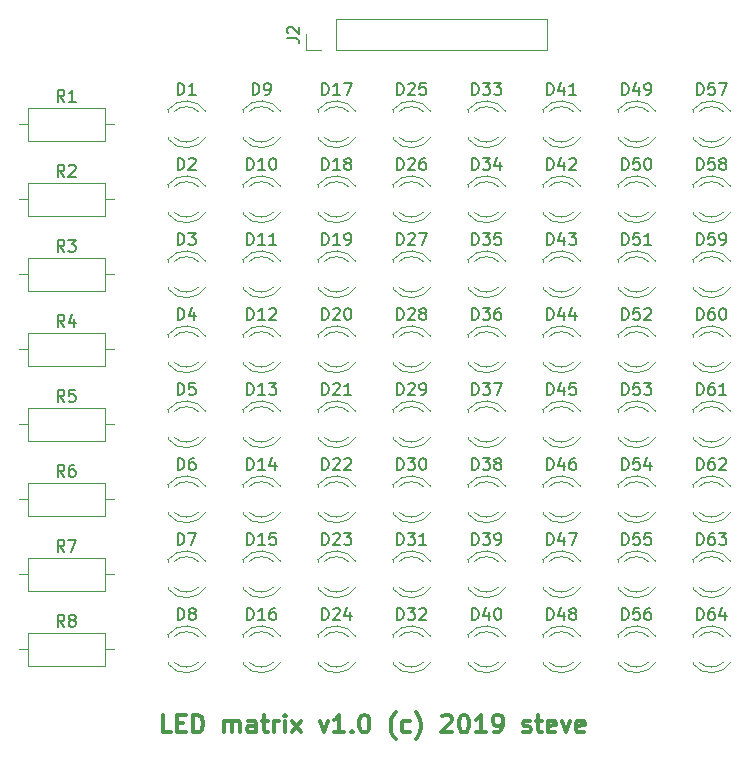
<source format=gto>
G04 #@! TF.GenerationSoftware,KiCad,Pcbnew,5.0.2+dfsg1-1~bpo9+1*
G04 #@! TF.CreationDate,2019-06-18T09:32:28+01:00*
G04 #@! TF.ProjectId,LedMatrix,4c65644d-6174-4726-9978-2e6b69636164,1.0*
G04 #@! TF.SameCoordinates,Original*
G04 #@! TF.FileFunction,Legend,Top*
G04 #@! TF.FilePolarity,Positive*
%FSLAX46Y46*%
G04 Gerber Fmt 4.6, Leading zero omitted, Abs format (unit mm)*
G04 Created by KiCad (PCBNEW 5.0.2+dfsg1-1~bpo9+1) date Tue 18 Jun 2019 09:32:28 IST*
%MOMM*%
%LPD*%
G01*
G04 APERTURE LIST*
%ADD10C,0.300000*%
%ADD11C,0.120000*%
%ADD12C,0.150000*%
G04 APERTURE END LIST*
D10*
X76196428Y-87038571D02*
X75482142Y-87038571D01*
X75482142Y-85538571D01*
X76696428Y-86252857D02*
X77196428Y-86252857D01*
X77410714Y-87038571D02*
X76696428Y-87038571D01*
X76696428Y-85538571D01*
X77410714Y-85538571D01*
X78053571Y-87038571D02*
X78053571Y-85538571D01*
X78410714Y-85538571D01*
X78625000Y-85610000D01*
X78767857Y-85752857D01*
X78839285Y-85895714D01*
X78910714Y-86181428D01*
X78910714Y-86395714D01*
X78839285Y-86681428D01*
X78767857Y-86824285D01*
X78625000Y-86967142D01*
X78410714Y-87038571D01*
X78053571Y-87038571D01*
X80696428Y-87038571D02*
X80696428Y-86038571D01*
X80696428Y-86181428D02*
X80767857Y-86110000D01*
X80910714Y-86038571D01*
X81125000Y-86038571D01*
X81267857Y-86110000D01*
X81339285Y-86252857D01*
X81339285Y-87038571D01*
X81339285Y-86252857D02*
X81410714Y-86110000D01*
X81553571Y-86038571D01*
X81767857Y-86038571D01*
X81910714Y-86110000D01*
X81982142Y-86252857D01*
X81982142Y-87038571D01*
X83339285Y-87038571D02*
X83339285Y-86252857D01*
X83267857Y-86110000D01*
X83125000Y-86038571D01*
X82839285Y-86038571D01*
X82696428Y-86110000D01*
X83339285Y-86967142D02*
X83196428Y-87038571D01*
X82839285Y-87038571D01*
X82696428Y-86967142D01*
X82625000Y-86824285D01*
X82625000Y-86681428D01*
X82696428Y-86538571D01*
X82839285Y-86467142D01*
X83196428Y-86467142D01*
X83339285Y-86395714D01*
X83839285Y-86038571D02*
X84410714Y-86038571D01*
X84053571Y-85538571D02*
X84053571Y-86824285D01*
X84125000Y-86967142D01*
X84267857Y-87038571D01*
X84410714Y-87038571D01*
X84910714Y-87038571D02*
X84910714Y-86038571D01*
X84910714Y-86324285D02*
X84982142Y-86181428D01*
X85053571Y-86110000D01*
X85196428Y-86038571D01*
X85339285Y-86038571D01*
X85839285Y-87038571D02*
X85839285Y-86038571D01*
X85839285Y-85538571D02*
X85767857Y-85610000D01*
X85839285Y-85681428D01*
X85910714Y-85610000D01*
X85839285Y-85538571D01*
X85839285Y-85681428D01*
X86410714Y-87038571D02*
X87196428Y-86038571D01*
X86410714Y-86038571D02*
X87196428Y-87038571D01*
X88767857Y-86038571D02*
X89125000Y-87038571D01*
X89482142Y-86038571D01*
X90839285Y-87038571D02*
X89982142Y-87038571D01*
X90410714Y-87038571D02*
X90410714Y-85538571D01*
X90267857Y-85752857D01*
X90125000Y-85895714D01*
X89982142Y-85967142D01*
X91482142Y-86895714D02*
X91553571Y-86967142D01*
X91482142Y-87038571D01*
X91410714Y-86967142D01*
X91482142Y-86895714D01*
X91482142Y-87038571D01*
X92482142Y-85538571D02*
X92625000Y-85538571D01*
X92767857Y-85610000D01*
X92839285Y-85681428D01*
X92910714Y-85824285D01*
X92982142Y-86110000D01*
X92982142Y-86467142D01*
X92910714Y-86752857D01*
X92839285Y-86895714D01*
X92767857Y-86967142D01*
X92625000Y-87038571D01*
X92482142Y-87038571D01*
X92339285Y-86967142D01*
X92267857Y-86895714D01*
X92196428Y-86752857D01*
X92125000Y-86467142D01*
X92125000Y-86110000D01*
X92196428Y-85824285D01*
X92267857Y-85681428D01*
X92339285Y-85610000D01*
X92482142Y-85538571D01*
X95196428Y-87610000D02*
X95125000Y-87538571D01*
X94982142Y-87324285D01*
X94910714Y-87181428D01*
X94839285Y-86967142D01*
X94767857Y-86610000D01*
X94767857Y-86324285D01*
X94839285Y-85967142D01*
X94910714Y-85752857D01*
X94982142Y-85610000D01*
X95125000Y-85395714D01*
X95196428Y-85324285D01*
X96410714Y-86967142D02*
X96267857Y-87038571D01*
X95982142Y-87038571D01*
X95839285Y-86967142D01*
X95767857Y-86895714D01*
X95696428Y-86752857D01*
X95696428Y-86324285D01*
X95767857Y-86181428D01*
X95839285Y-86110000D01*
X95982142Y-86038571D01*
X96267857Y-86038571D01*
X96410714Y-86110000D01*
X96910714Y-87610000D02*
X96982142Y-87538571D01*
X97125000Y-87324285D01*
X97196428Y-87181428D01*
X97267857Y-86967142D01*
X97339285Y-86610000D01*
X97339285Y-86324285D01*
X97267857Y-85967142D01*
X97196428Y-85752857D01*
X97125000Y-85610000D01*
X96982142Y-85395714D01*
X96910714Y-85324285D01*
X99125000Y-85681428D02*
X99196428Y-85610000D01*
X99339285Y-85538571D01*
X99696428Y-85538571D01*
X99839285Y-85610000D01*
X99910714Y-85681428D01*
X99982142Y-85824285D01*
X99982142Y-85967142D01*
X99910714Y-86181428D01*
X99053571Y-87038571D01*
X99982142Y-87038571D01*
X100910714Y-85538571D02*
X101053571Y-85538571D01*
X101196428Y-85610000D01*
X101267857Y-85681428D01*
X101339285Y-85824285D01*
X101410714Y-86110000D01*
X101410714Y-86467142D01*
X101339285Y-86752857D01*
X101267857Y-86895714D01*
X101196428Y-86967142D01*
X101053571Y-87038571D01*
X100910714Y-87038571D01*
X100767857Y-86967142D01*
X100696428Y-86895714D01*
X100625000Y-86752857D01*
X100553571Y-86467142D01*
X100553571Y-86110000D01*
X100625000Y-85824285D01*
X100696428Y-85681428D01*
X100767857Y-85610000D01*
X100910714Y-85538571D01*
X102839285Y-87038571D02*
X101982142Y-87038571D01*
X102410714Y-87038571D02*
X102410714Y-85538571D01*
X102267857Y-85752857D01*
X102125000Y-85895714D01*
X101982142Y-85967142D01*
X103553571Y-87038571D02*
X103839285Y-87038571D01*
X103982142Y-86967142D01*
X104053571Y-86895714D01*
X104196428Y-86681428D01*
X104267857Y-86395714D01*
X104267857Y-85824285D01*
X104196428Y-85681428D01*
X104125000Y-85610000D01*
X103982142Y-85538571D01*
X103696428Y-85538571D01*
X103553571Y-85610000D01*
X103482142Y-85681428D01*
X103410714Y-85824285D01*
X103410714Y-86181428D01*
X103482142Y-86324285D01*
X103553571Y-86395714D01*
X103696428Y-86467142D01*
X103982142Y-86467142D01*
X104125000Y-86395714D01*
X104196428Y-86324285D01*
X104267857Y-86181428D01*
X105982142Y-86967142D02*
X106125000Y-87038571D01*
X106410714Y-87038571D01*
X106553571Y-86967142D01*
X106625000Y-86824285D01*
X106625000Y-86752857D01*
X106553571Y-86610000D01*
X106410714Y-86538571D01*
X106196428Y-86538571D01*
X106053571Y-86467142D01*
X105982142Y-86324285D01*
X105982142Y-86252857D01*
X106053571Y-86110000D01*
X106196428Y-86038571D01*
X106410714Y-86038571D01*
X106553571Y-86110000D01*
X107053571Y-86038571D02*
X107625000Y-86038571D01*
X107267857Y-85538571D02*
X107267857Y-86824285D01*
X107339285Y-86967142D01*
X107482142Y-87038571D01*
X107625000Y-87038571D01*
X108696428Y-86967142D02*
X108553571Y-87038571D01*
X108267857Y-87038571D01*
X108125000Y-86967142D01*
X108053571Y-86824285D01*
X108053571Y-86252857D01*
X108125000Y-86110000D01*
X108267857Y-86038571D01*
X108553571Y-86038571D01*
X108696428Y-86110000D01*
X108767857Y-86252857D01*
X108767857Y-86395714D01*
X108053571Y-86538571D01*
X109267857Y-86038571D02*
X109625000Y-87038571D01*
X109982142Y-86038571D01*
X111125000Y-86967142D02*
X110982142Y-87038571D01*
X110696428Y-87038571D01*
X110553571Y-86967142D01*
X110482142Y-86824285D01*
X110482142Y-86252857D01*
X110553571Y-86110000D01*
X110696428Y-86038571D01*
X110982142Y-86038571D01*
X111125000Y-86110000D01*
X111196428Y-86252857D01*
X111196428Y-86395714D01*
X110482142Y-86538571D01*
D11*
G04 #@! TO.C,J2*
X87570000Y-29270000D02*
X87570000Y-27940000D01*
X88900000Y-29270000D02*
X87570000Y-29270000D01*
X90170000Y-29270000D02*
X90170000Y-26610000D01*
X90170000Y-26610000D02*
X108010000Y-26610000D01*
X90170000Y-29270000D02*
X108010000Y-29270000D01*
X108010000Y-29270000D02*
X108010000Y-26610000D01*
G04 #@! TO.C,D41*
X107660000Y-36640000D02*
X107660000Y-36796000D01*
X107660000Y-34324000D02*
X107660000Y-34480000D01*
X110261130Y-36639837D02*
G75*
G02X108179039Y-36640000I-1041130J1079837D01*
G01*
X110261130Y-34480163D02*
G75*
G03X108179039Y-34480000I-1041130J-1079837D01*
G01*
X110892335Y-36638608D02*
G75*
G02X107660000Y-36795516I-1672335J1078608D01*
G01*
X110892335Y-34481392D02*
G75*
G03X107660000Y-34324484I-1672335J-1078608D01*
G01*
G04 #@! TO.C,D42*
X110892335Y-40831392D02*
G75*
G03X107660000Y-40674484I-1672335J-1078608D01*
G01*
X110892335Y-42988608D02*
G75*
G02X107660000Y-43145516I-1672335J1078608D01*
G01*
X110261130Y-40830163D02*
G75*
G03X108179039Y-40830000I-1041130J-1079837D01*
G01*
X110261130Y-42989837D02*
G75*
G02X108179039Y-42990000I-1041130J1079837D01*
G01*
X107660000Y-40674000D02*
X107660000Y-40830000D01*
X107660000Y-42990000D02*
X107660000Y-43146000D01*
G04 #@! TO.C,D58*
X123592335Y-40831392D02*
G75*
G03X120360000Y-40674484I-1672335J-1078608D01*
G01*
X123592335Y-42988608D02*
G75*
G02X120360000Y-43145516I-1672335J1078608D01*
G01*
X122961130Y-40830163D02*
G75*
G03X120879039Y-40830000I-1041130J-1079837D01*
G01*
X122961130Y-42989837D02*
G75*
G02X120879039Y-42990000I-1041130J1079837D01*
G01*
X120360000Y-40674000D02*
X120360000Y-40830000D01*
X120360000Y-42990000D02*
X120360000Y-43146000D01*
G04 #@! TO.C,D50*
X114010000Y-42990000D02*
X114010000Y-43146000D01*
X114010000Y-40674000D02*
X114010000Y-40830000D01*
X116611130Y-42989837D02*
G75*
G02X114529039Y-42990000I-1041130J1079837D01*
G01*
X116611130Y-40830163D02*
G75*
G03X114529039Y-40830000I-1041130J-1079837D01*
G01*
X117242335Y-42988608D02*
G75*
G02X114010000Y-43145516I-1672335J1078608D01*
G01*
X117242335Y-40831392D02*
G75*
G03X114010000Y-40674484I-1672335J-1078608D01*
G01*
G04 #@! TO.C,D57*
X120360000Y-36640000D02*
X120360000Y-36796000D01*
X120360000Y-34324000D02*
X120360000Y-34480000D01*
X122961130Y-36639837D02*
G75*
G02X120879039Y-36640000I-1041130J1079837D01*
G01*
X122961130Y-34480163D02*
G75*
G03X120879039Y-34480000I-1041130J-1079837D01*
G01*
X123592335Y-36638608D02*
G75*
G02X120360000Y-36795516I-1672335J1078608D01*
G01*
X123592335Y-34481392D02*
G75*
G03X120360000Y-34324484I-1672335J-1078608D01*
G01*
G04 #@! TO.C,D49*
X114010000Y-36640000D02*
X114010000Y-36796000D01*
X114010000Y-34324000D02*
X114010000Y-34480000D01*
X116611130Y-36639837D02*
G75*
G02X114529039Y-36640000I-1041130J1079837D01*
G01*
X116611130Y-34480163D02*
G75*
G03X114529039Y-34480000I-1041130J-1079837D01*
G01*
X117242335Y-36638608D02*
G75*
G02X114010000Y-36795516I-1672335J1078608D01*
G01*
X117242335Y-34481392D02*
G75*
G03X114010000Y-34324484I-1672335J-1078608D01*
G01*
G04 #@! TO.C,D52*
X114010000Y-55690000D02*
X114010000Y-55846000D01*
X114010000Y-53374000D02*
X114010000Y-53530000D01*
X116611130Y-55689837D02*
G75*
G02X114529039Y-55690000I-1041130J1079837D01*
G01*
X116611130Y-53530163D02*
G75*
G03X114529039Y-53530000I-1041130J-1079837D01*
G01*
X117242335Y-55688608D02*
G75*
G02X114010000Y-55845516I-1672335J1078608D01*
G01*
X117242335Y-53531392D02*
G75*
G03X114010000Y-53374484I-1672335J-1078608D01*
G01*
G04 #@! TO.C,D54*
X117242335Y-66231392D02*
G75*
G03X114010000Y-66074484I-1672335J-1078608D01*
G01*
X117242335Y-68388608D02*
G75*
G02X114010000Y-68545516I-1672335J1078608D01*
G01*
X116611130Y-66230163D02*
G75*
G03X114529039Y-66230000I-1041130J-1079837D01*
G01*
X116611130Y-68389837D02*
G75*
G02X114529039Y-68390000I-1041130J1079837D01*
G01*
X114010000Y-66074000D02*
X114010000Y-66230000D01*
X114010000Y-68390000D02*
X114010000Y-68546000D01*
G04 #@! TO.C,D55*
X114010000Y-74740000D02*
X114010000Y-74896000D01*
X114010000Y-72424000D02*
X114010000Y-72580000D01*
X116611130Y-74739837D02*
G75*
G02X114529039Y-74740000I-1041130J1079837D01*
G01*
X116611130Y-72580163D02*
G75*
G03X114529039Y-72580000I-1041130J-1079837D01*
G01*
X117242335Y-74738608D02*
G75*
G02X114010000Y-74895516I-1672335J1078608D01*
G01*
X117242335Y-72581392D02*
G75*
G03X114010000Y-72424484I-1672335J-1078608D01*
G01*
G04 #@! TO.C,D56*
X117242335Y-78931392D02*
G75*
G03X114010000Y-78774484I-1672335J-1078608D01*
G01*
X117242335Y-81088608D02*
G75*
G02X114010000Y-81245516I-1672335J1078608D01*
G01*
X116611130Y-78930163D02*
G75*
G03X114529039Y-78930000I-1041130J-1079837D01*
G01*
X116611130Y-81089837D02*
G75*
G02X114529039Y-81090000I-1041130J1079837D01*
G01*
X114010000Y-78774000D02*
X114010000Y-78930000D01*
X114010000Y-81090000D02*
X114010000Y-81246000D01*
G04 #@! TO.C,D59*
X120360000Y-49340000D02*
X120360000Y-49496000D01*
X120360000Y-47024000D02*
X120360000Y-47180000D01*
X122961130Y-49339837D02*
G75*
G02X120879039Y-49340000I-1041130J1079837D01*
G01*
X122961130Y-47180163D02*
G75*
G03X120879039Y-47180000I-1041130J-1079837D01*
G01*
X123592335Y-49338608D02*
G75*
G02X120360000Y-49495516I-1672335J1078608D01*
G01*
X123592335Y-47181392D02*
G75*
G03X120360000Y-47024484I-1672335J-1078608D01*
G01*
G04 #@! TO.C,D60*
X123592335Y-53531392D02*
G75*
G03X120360000Y-53374484I-1672335J-1078608D01*
G01*
X123592335Y-55688608D02*
G75*
G02X120360000Y-55845516I-1672335J1078608D01*
G01*
X122961130Y-53530163D02*
G75*
G03X120879039Y-53530000I-1041130J-1079837D01*
G01*
X122961130Y-55689837D02*
G75*
G02X120879039Y-55690000I-1041130J1079837D01*
G01*
X120360000Y-53374000D02*
X120360000Y-53530000D01*
X120360000Y-55690000D02*
X120360000Y-55846000D01*
G04 #@! TO.C,D61*
X120360000Y-62040000D02*
X120360000Y-62196000D01*
X120360000Y-59724000D02*
X120360000Y-59880000D01*
X122961130Y-62039837D02*
G75*
G02X120879039Y-62040000I-1041130J1079837D01*
G01*
X122961130Y-59880163D02*
G75*
G03X120879039Y-59880000I-1041130J-1079837D01*
G01*
X123592335Y-62038608D02*
G75*
G02X120360000Y-62195516I-1672335J1078608D01*
G01*
X123592335Y-59881392D02*
G75*
G03X120360000Y-59724484I-1672335J-1078608D01*
G01*
G04 #@! TO.C,D62*
X123592335Y-66231392D02*
G75*
G03X120360000Y-66074484I-1672335J-1078608D01*
G01*
X123592335Y-68388608D02*
G75*
G02X120360000Y-68545516I-1672335J1078608D01*
G01*
X122961130Y-66230163D02*
G75*
G03X120879039Y-66230000I-1041130J-1079837D01*
G01*
X122961130Y-68389837D02*
G75*
G02X120879039Y-68390000I-1041130J1079837D01*
G01*
X120360000Y-66074000D02*
X120360000Y-66230000D01*
X120360000Y-68390000D02*
X120360000Y-68546000D01*
G04 #@! TO.C,D63*
X120360000Y-74740000D02*
X120360000Y-74896000D01*
X120360000Y-72424000D02*
X120360000Y-72580000D01*
X122961130Y-74739837D02*
G75*
G02X120879039Y-74740000I-1041130J1079837D01*
G01*
X122961130Y-72580163D02*
G75*
G03X120879039Y-72580000I-1041130J-1079837D01*
G01*
X123592335Y-74738608D02*
G75*
G02X120360000Y-74895516I-1672335J1078608D01*
G01*
X123592335Y-72581392D02*
G75*
G03X120360000Y-72424484I-1672335J-1078608D01*
G01*
G04 #@! TO.C,D64*
X123592335Y-78931392D02*
G75*
G03X120360000Y-78774484I-1672335J-1078608D01*
G01*
X123592335Y-81088608D02*
G75*
G02X120360000Y-81245516I-1672335J1078608D01*
G01*
X122961130Y-78930163D02*
G75*
G03X120879039Y-78930000I-1041130J-1079837D01*
G01*
X122961130Y-81089837D02*
G75*
G02X120879039Y-81090000I-1041130J1079837D01*
G01*
X120360000Y-78774000D02*
X120360000Y-78930000D01*
X120360000Y-81090000D02*
X120360000Y-81246000D01*
G04 #@! TO.C,D10*
X82260000Y-42990000D02*
X82260000Y-43146000D01*
X82260000Y-40674000D02*
X82260000Y-40830000D01*
X84861130Y-42989837D02*
G75*
G02X82779039Y-42990000I-1041130J1079837D01*
G01*
X84861130Y-40830163D02*
G75*
G03X82779039Y-40830000I-1041130J-1079837D01*
G01*
X85492335Y-42988608D02*
G75*
G02X82260000Y-43145516I-1672335J1078608D01*
G01*
X85492335Y-40831392D02*
G75*
G03X82260000Y-40674484I-1672335J-1078608D01*
G01*
G04 #@! TO.C,D17*
X91842335Y-34481392D02*
G75*
G03X88610000Y-34324484I-1672335J-1078608D01*
G01*
X91842335Y-36638608D02*
G75*
G02X88610000Y-36795516I-1672335J1078608D01*
G01*
X91211130Y-34480163D02*
G75*
G03X89129039Y-34480000I-1041130J-1079837D01*
G01*
X91211130Y-36639837D02*
G75*
G02X89129039Y-36640000I-1041130J1079837D01*
G01*
X88610000Y-34324000D02*
X88610000Y-34480000D01*
X88610000Y-36640000D02*
X88610000Y-36796000D01*
G04 #@! TO.C,D15*
X82260000Y-74740000D02*
X82260000Y-74896000D01*
X82260000Y-72424000D02*
X82260000Y-72580000D01*
X84861130Y-74739837D02*
G75*
G02X82779039Y-74740000I-1041130J1079837D01*
G01*
X84861130Y-72580163D02*
G75*
G03X82779039Y-72580000I-1041130J-1079837D01*
G01*
X85492335Y-74738608D02*
G75*
G02X82260000Y-74895516I-1672335J1078608D01*
G01*
X85492335Y-72581392D02*
G75*
G03X82260000Y-72424484I-1672335J-1078608D01*
G01*
G04 #@! TO.C,D53*
X117242335Y-59881392D02*
G75*
G03X114010000Y-59724484I-1672335J-1078608D01*
G01*
X117242335Y-62038608D02*
G75*
G02X114010000Y-62195516I-1672335J1078608D01*
G01*
X116611130Y-59880163D02*
G75*
G03X114529039Y-59880000I-1041130J-1079837D01*
G01*
X116611130Y-62039837D02*
G75*
G02X114529039Y-62040000I-1041130J1079837D01*
G01*
X114010000Y-59724000D02*
X114010000Y-59880000D01*
X114010000Y-62040000D02*
X114010000Y-62196000D01*
G04 #@! TO.C,D51*
X114010000Y-49340000D02*
X114010000Y-49496000D01*
X114010000Y-47024000D02*
X114010000Y-47180000D01*
X116611130Y-49339837D02*
G75*
G02X114529039Y-49340000I-1041130J1079837D01*
G01*
X116611130Y-47180163D02*
G75*
G03X114529039Y-47180000I-1041130J-1079837D01*
G01*
X117242335Y-49338608D02*
G75*
G02X114010000Y-49495516I-1672335J1078608D01*
G01*
X117242335Y-47181392D02*
G75*
G03X114010000Y-47024484I-1672335J-1078608D01*
G01*
G04 #@! TO.C,D38*
X104542335Y-66231392D02*
G75*
G03X101310000Y-66074484I-1672335J-1078608D01*
G01*
X104542335Y-68388608D02*
G75*
G02X101310000Y-68545516I-1672335J1078608D01*
G01*
X103911130Y-66230163D02*
G75*
G03X101829039Y-66230000I-1041130J-1079837D01*
G01*
X103911130Y-68389837D02*
G75*
G02X101829039Y-68390000I-1041130J1079837D01*
G01*
X101310000Y-66074000D02*
X101310000Y-66230000D01*
X101310000Y-68390000D02*
X101310000Y-68546000D01*
G04 #@! TO.C,D39*
X101310000Y-74740000D02*
X101310000Y-74896000D01*
X101310000Y-72424000D02*
X101310000Y-72580000D01*
X103911130Y-74739837D02*
G75*
G02X101829039Y-74740000I-1041130J1079837D01*
G01*
X103911130Y-72580163D02*
G75*
G03X101829039Y-72580000I-1041130J-1079837D01*
G01*
X104542335Y-74738608D02*
G75*
G02X101310000Y-74895516I-1672335J1078608D01*
G01*
X104542335Y-72581392D02*
G75*
G03X101310000Y-72424484I-1672335J-1078608D01*
G01*
G04 #@! TO.C,D40*
X104542335Y-78931392D02*
G75*
G03X101310000Y-78774484I-1672335J-1078608D01*
G01*
X104542335Y-81088608D02*
G75*
G02X101310000Y-81245516I-1672335J1078608D01*
G01*
X103911130Y-78930163D02*
G75*
G03X101829039Y-78930000I-1041130J-1079837D01*
G01*
X103911130Y-81089837D02*
G75*
G02X101829039Y-81090000I-1041130J1079837D01*
G01*
X101310000Y-78774000D02*
X101310000Y-78930000D01*
X101310000Y-81090000D02*
X101310000Y-81246000D01*
G04 #@! TO.C,D43*
X107660000Y-49340000D02*
X107660000Y-49496000D01*
X107660000Y-47024000D02*
X107660000Y-47180000D01*
X110261130Y-49339837D02*
G75*
G02X108179039Y-49340000I-1041130J1079837D01*
G01*
X110261130Y-47180163D02*
G75*
G03X108179039Y-47180000I-1041130J-1079837D01*
G01*
X110892335Y-49338608D02*
G75*
G02X107660000Y-49495516I-1672335J1078608D01*
G01*
X110892335Y-47181392D02*
G75*
G03X107660000Y-47024484I-1672335J-1078608D01*
G01*
G04 #@! TO.C,D44*
X110892335Y-53531392D02*
G75*
G03X107660000Y-53374484I-1672335J-1078608D01*
G01*
X110892335Y-55688608D02*
G75*
G02X107660000Y-55845516I-1672335J1078608D01*
G01*
X110261130Y-53530163D02*
G75*
G03X108179039Y-53530000I-1041130J-1079837D01*
G01*
X110261130Y-55689837D02*
G75*
G02X108179039Y-55690000I-1041130J1079837D01*
G01*
X107660000Y-53374000D02*
X107660000Y-53530000D01*
X107660000Y-55690000D02*
X107660000Y-55846000D01*
G04 #@! TO.C,D45*
X107660000Y-62040000D02*
X107660000Y-62196000D01*
X107660000Y-59724000D02*
X107660000Y-59880000D01*
X110261130Y-62039837D02*
G75*
G02X108179039Y-62040000I-1041130J1079837D01*
G01*
X110261130Y-59880163D02*
G75*
G03X108179039Y-59880000I-1041130J-1079837D01*
G01*
X110892335Y-62038608D02*
G75*
G02X107660000Y-62195516I-1672335J1078608D01*
G01*
X110892335Y-59881392D02*
G75*
G03X107660000Y-59724484I-1672335J-1078608D01*
G01*
G04 #@! TO.C,D46*
X110892335Y-66231392D02*
G75*
G03X107660000Y-66074484I-1672335J-1078608D01*
G01*
X110892335Y-68388608D02*
G75*
G02X107660000Y-68545516I-1672335J1078608D01*
G01*
X110261130Y-66230163D02*
G75*
G03X108179039Y-66230000I-1041130J-1079837D01*
G01*
X110261130Y-68389837D02*
G75*
G02X108179039Y-68390000I-1041130J1079837D01*
G01*
X107660000Y-66074000D02*
X107660000Y-66230000D01*
X107660000Y-68390000D02*
X107660000Y-68546000D01*
G04 #@! TO.C,D47*
X107660000Y-74740000D02*
X107660000Y-74896000D01*
X107660000Y-72424000D02*
X107660000Y-72580000D01*
X110261130Y-74739837D02*
G75*
G02X108179039Y-74740000I-1041130J1079837D01*
G01*
X110261130Y-72580163D02*
G75*
G03X108179039Y-72580000I-1041130J-1079837D01*
G01*
X110892335Y-74738608D02*
G75*
G02X107660000Y-74895516I-1672335J1078608D01*
G01*
X110892335Y-72581392D02*
G75*
G03X107660000Y-72424484I-1672335J-1078608D01*
G01*
G04 #@! TO.C,D48*
X110892335Y-78931392D02*
G75*
G03X107660000Y-78774484I-1672335J-1078608D01*
G01*
X110892335Y-81088608D02*
G75*
G02X107660000Y-81245516I-1672335J1078608D01*
G01*
X110261130Y-78930163D02*
G75*
G03X108179039Y-78930000I-1041130J-1079837D01*
G01*
X110261130Y-81089837D02*
G75*
G02X108179039Y-81090000I-1041130J1079837D01*
G01*
X107660000Y-78774000D02*
X107660000Y-78930000D01*
X107660000Y-81090000D02*
X107660000Y-81246000D01*
G04 #@! TO.C,D1*
X79142335Y-34481392D02*
G75*
G03X75910000Y-34324484I-1672335J-1078608D01*
G01*
X79142335Y-36638608D02*
G75*
G02X75910000Y-36795516I-1672335J1078608D01*
G01*
X78511130Y-34480163D02*
G75*
G03X76429039Y-34480000I-1041130J-1079837D01*
G01*
X78511130Y-36639837D02*
G75*
G02X76429039Y-36640000I-1041130J1079837D01*
G01*
X75910000Y-34324000D02*
X75910000Y-34480000D01*
X75910000Y-36640000D02*
X75910000Y-36796000D01*
G04 #@! TO.C,D16*
X85492335Y-78931392D02*
G75*
G03X82260000Y-78774484I-1672335J-1078608D01*
G01*
X85492335Y-81088608D02*
G75*
G02X82260000Y-81245516I-1672335J1078608D01*
G01*
X84861130Y-78930163D02*
G75*
G03X82779039Y-78930000I-1041130J-1079837D01*
G01*
X84861130Y-81089837D02*
G75*
G02X82779039Y-81090000I-1041130J1079837D01*
G01*
X82260000Y-78774000D02*
X82260000Y-78930000D01*
X82260000Y-81090000D02*
X82260000Y-81246000D01*
G04 #@! TO.C,D19*
X88610000Y-49340000D02*
X88610000Y-49496000D01*
X88610000Y-47024000D02*
X88610000Y-47180000D01*
X91211130Y-49339837D02*
G75*
G02X89129039Y-49340000I-1041130J1079837D01*
G01*
X91211130Y-47180163D02*
G75*
G03X89129039Y-47180000I-1041130J-1079837D01*
G01*
X91842335Y-49338608D02*
G75*
G02X88610000Y-49495516I-1672335J1078608D01*
G01*
X91842335Y-47181392D02*
G75*
G03X88610000Y-47024484I-1672335J-1078608D01*
G01*
G04 #@! TO.C,D21*
X91842335Y-59881392D02*
G75*
G03X88610000Y-59724484I-1672335J-1078608D01*
G01*
X91842335Y-62038608D02*
G75*
G02X88610000Y-62195516I-1672335J1078608D01*
G01*
X91211130Y-59880163D02*
G75*
G03X89129039Y-59880000I-1041130J-1079837D01*
G01*
X91211130Y-62039837D02*
G75*
G02X89129039Y-62040000I-1041130J1079837D01*
G01*
X88610000Y-59724000D02*
X88610000Y-59880000D01*
X88610000Y-62040000D02*
X88610000Y-62196000D01*
G04 #@! TO.C,D22*
X88610000Y-68390000D02*
X88610000Y-68546000D01*
X88610000Y-66074000D02*
X88610000Y-66230000D01*
X91211130Y-68389837D02*
G75*
G02X89129039Y-68390000I-1041130J1079837D01*
G01*
X91211130Y-66230163D02*
G75*
G03X89129039Y-66230000I-1041130J-1079837D01*
G01*
X91842335Y-68388608D02*
G75*
G02X88610000Y-68545516I-1672335J1078608D01*
G01*
X91842335Y-66231392D02*
G75*
G03X88610000Y-66074484I-1672335J-1078608D01*
G01*
G04 #@! TO.C,D23*
X91842335Y-72581392D02*
G75*
G03X88610000Y-72424484I-1672335J-1078608D01*
G01*
X91842335Y-74738608D02*
G75*
G02X88610000Y-74895516I-1672335J1078608D01*
G01*
X91211130Y-72580163D02*
G75*
G03X89129039Y-72580000I-1041130J-1079837D01*
G01*
X91211130Y-74739837D02*
G75*
G02X89129039Y-74740000I-1041130J1079837D01*
G01*
X88610000Y-72424000D02*
X88610000Y-72580000D01*
X88610000Y-74740000D02*
X88610000Y-74896000D01*
G04 #@! TO.C,D24*
X88610000Y-81090000D02*
X88610000Y-81246000D01*
X88610000Y-78774000D02*
X88610000Y-78930000D01*
X91211130Y-81089837D02*
G75*
G02X89129039Y-81090000I-1041130J1079837D01*
G01*
X91211130Y-78930163D02*
G75*
G03X89129039Y-78930000I-1041130J-1079837D01*
G01*
X91842335Y-81088608D02*
G75*
G02X88610000Y-81245516I-1672335J1078608D01*
G01*
X91842335Y-78931392D02*
G75*
G03X88610000Y-78774484I-1672335J-1078608D01*
G01*
G04 #@! TO.C,D25*
X98192335Y-34481392D02*
G75*
G03X94960000Y-34324484I-1672335J-1078608D01*
G01*
X98192335Y-36638608D02*
G75*
G02X94960000Y-36795516I-1672335J1078608D01*
G01*
X97561130Y-34480163D02*
G75*
G03X95479039Y-34480000I-1041130J-1079837D01*
G01*
X97561130Y-36639837D02*
G75*
G02X95479039Y-36640000I-1041130J1079837D01*
G01*
X94960000Y-34324000D02*
X94960000Y-34480000D01*
X94960000Y-36640000D02*
X94960000Y-36796000D01*
G04 #@! TO.C,D26*
X94960000Y-42990000D02*
X94960000Y-43146000D01*
X94960000Y-40674000D02*
X94960000Y-40830000D01*
X97561130Y-42989837D02*
G75*
G02X95479039Y-42990000I-1041130J1079837D01*
G01*
X97561130Y-40830163D02*
G75*
G03X95479039Y-40830000I-1041130J-1079837D01*
G01*
X98192335Y-42988608D02*
G75*
G02X94960000Y-43145516I-1672335J1078608D01*
G01*
X98192335Y-40831392D02*
G75*
G03X94960000Y-40674484I-1672335J-1078608D01*
G01*
G04 #@! TO.C,D27*
X98192335Y-47181392D02*
G75*
G03X94960000Y-47024484I-1672335J-1078608D01*
G01*
X98192335Y-49338608D02*
G75*
G02X94960000Y-49495516I-1672335J1078608D01*
G01*
X97561130Y-47180163D02*
G75*
G03X95479039Y-47180000I-1041130J-1079837D01*
G01*
X97561130Y-49339837D02*
G75*
G02X95479039Y-49340000I-1041130J1079837D01*
G01*
X94960000Y-47024000D02*
X94960000Y-47180000D01*
X94960000Y-49340000D02*
X94960000Y-49496000D01*
G04 #@! TO.C,D28*
X94960000Y-55690000D02*
X94960000Y-55846000D01*
X94960000Y-53374000D02*
X94960000Y-53530000D01*
X97561130Y-55689837D02*
G75*
G02X95479039Y-55690000I-1041130J1079837D01*
G01*
X97561130Y-53530163D02*
G75*
G03X95479039Y-53530000I-1041130J-1079837D01*
G01*
X98192335Y-55688608D02*
G75*
G02X94960000Y-55845516I-1672335J1078608D01*
G01*
X98192335Y-53531392D02*
G75*
G03X94960000Y-53374484I-1672335J-1078608D01*
G01*
G04 #@! TO.C,D29*
X98192335Y-59881392D02*
G75*
G03X94960000Y-59724484I-1672335J-1078608D01*
G01*
X98192335Y-62038608D02*
G75*
G02X94960000Y-62195516I-1672335J1078608D01*
G01*
X97561130Y-59880163D02*
G75*
G03X95479039Y-59880000I-1041130J-1079837D01*
G01*
X97561130Y-62039837D02*
G75*
G02X95479039Y-62040000I-1041130J1079837D01*
G01*
X94960000Y-59724000D02*
X94960000Y-59880000D01*
X94960000Y-62040000D02*
X94960000Y-62196000D01*
G04 #@! TO.C,D30*
X94960000Y-68390000D02*
X94960000Y-68546000D01*
X94960000Y-66074000D02*
X94960000Y-66230000D01*
X97561130Y-68389837D02*
G75*
G02X95479039Y-68390000I-1041130J1079837D01*
G01*
X97561130Y-66230163D02*
G75*
G03X95479039Y-66230000I-1041130J-1079837D01*
G01*
X98192335Y-68388608D02*
G75*
G02X94960000Y-68545516I-1672335J1078608D01*
G01*
X98192335Y-66231392D02*
G75*
G03X94960000Y-66074484I-1672335J-1078608D01*
G01*
G04 #@! TO.C,D31*
X98192335Y-72581392D02*
G75*
G03X94960000Y-72424484I-1672335J-1078608D01*
G01*
X98192335Y-74738608D02*
G75*
G02X94960000Y-74895516I-1672335J1078608D01*
G01*
X97561130Y-72580163D02*
G75*
G03X95479039Y-72580000I-1041130J-1079837D01*
G01*
X97561130Y-74739837D02*
G75*
G02X95479039Y-74740000I-1041130J1079837D01*
G01*
X94960000Y-72424000D02*
X94960000Y-72580000D01*
X94960000Y-74740000D02*
X94960000Y-74896000D01*
G04 #@! TO.C,D32*
X94960000Y-81090000D02*
X94960000Y-81246000D01*
X94960000Y-78774000D02*
X94960000Y-78930000D01*
X97561130Y-81089837D02*
G75*
G02X95479039Y-81090000I-1041130J1079837D01*
G01*
X97561130Y-78930163D02*
G75*
G03X95479039Y-78930000I-1041130J-1079837D01*
G01*
X98192335Y-81088608D02*
G75*
G02X94960000Y-81245516I-1672335J1078608D01*
G01*
X98192335Y-78931392D02*
G75*
G03X94960000Y-78774484I-1672335J-1078608D01*
G01*
G04 #@! TO.C,D33*
X104542335Y-34481392D02*
G75*
G03X101310000Y-34324484I-1672335J-1078608D01*
G01*
X104542335Y-36638608D02*
G75*
G02X101310000Y-36795516I-1672335J1078608D01*
G01*
X103911130Y-34480163D02*
G75*
G03X101829039Y-34480000I-1041130J-1079837D01*
G01*
X103911130Y-36639837D02*
G75*
G02X101829039Y-36640000I-1041130J1079837D01*
G01*
X101310000Y-34324000D02*
X101310000Y-34480000D01*
X101310000Y-36640000D02*
X101310000Y-36796000D01*
G04 #@! TO.C,D34*
X101310000Y-42990000D02*
X101310000Y-43146000D01*
X101310000Y-40674000D02*
X101310000Y-40830000D01*
X103911130Y-42989837D02*
G75*
G02X101829039Y-42990000I-1041130J1079837D01*
G01*
X103911130Y-40830163D02*
G75*
G03X101829039Y-40830000I-1041130J-1079837D01*
G01*
X104542335Y-42988608D02*
G75*
G02X101310000Y-43145516I-1672335J1078608D01*
G01*
X104542335Y-40831392D02*
G75*
G03X101310000Y-40674484I-1672335J-1078608D01*
G01*
G04 #@! TO.C,D35*
X104542335Y-47181392D02*
G75*
G03X101310000Y-47024484I-1672335J-1078608D01*
G01*
X104542335Y-49338608D02*
G75*
G02X101310000Y-49495516I-1672335J1078608D01*
G01*
X103911130Y-47180163D02*
G75*
G03X101829039Y-47180000I-1041130J-1079837D01*
G01*
X103911130Y-49339837D02*
G75*
G02X101829039Y-49340000I-1041130J1079837D01*
G01*
X101310000Y-47024000D02*
X101310000Y-47180000D01*
X101310000Y-49340000D02*
X101310000Y-49496000D01*
G04 #@! TO.C,D37*
X101310000Y-62040000D02*
X101310000Y-62196000D01*
X101310000Y-59724000D02*
X101310000Y-59880000D01*
X103911130Y-62039837D02*
G75*
G02X101829039Y-62040000I-1041130J1079837D01*
G01*
X103911130Y-59880163D02*
G75*
G03X101829039Y-59880000I-1041130J-1079837D01*
G01*
X104542335Y-62038608D02*
G75*
G02X101310000Y-62195516I-1672335J1078608D01*
G01*
X104542335Y-59881392D02*
G75*
G03X101310000Y-59724484I-1672335J-1078608D01*
G01*
G04 #@! TO.C,D13*
X85492335Y-59881392D02*
G75*
G03X82260000Y-59724484I-1672335J-1078608D01*
G01*
X85492335Y-62038608D02*
G75*
G02X82260000Y-62195516I-1672335J1078608D01*
G01*
X84861130Y-59880163D02*
G75*
G03X82779039Y-59880000I-1041130J-1079837D01*
G01*
X84861130Y-62039837D02*
G75*
G02X82779039Y-62040000I-1041130J1079837D01*
G01*
X82260000Y-59724000D02*
X82260000Y-59880000D01*
X82260000Y-62040000D02*
X82260000Y-62196000D01*
G04 #@! TO.C,D12*
X82260000Y-55690000D02*
X82260000Y-55846000D01*
X82260000Y-53374000D02*
X82260000Y-53530000D01*
X84861130Y-55689837D02*
G75*
G02X82779039Y-55690000I-1041130J1079837D01*
G01*
X84861130Y-53530163D02*
G75*
G03X82779039Y-53530000I-1041130J-1079837D01*
G01*
X85492335Y-55688608D02*
G75*
G02X82260000Y-55845516I-1672335J1078608D01*
G01*
X85492335Y-53531392D02*
G75*
G03X82260000Y-53374484I-1672335J-1078608D01*
G01*
G04 #@! TO.C,D11*
X85492335Y-47181392D02*
G75*
G03X82260000Y-47024484I-1672335J-1078608D01*
G01*
X85492335Y-49338608D02*
G75*
G02X82260000Y-49495516I-1672335J1078608D01*
G01*
X84861130Y-47180163D02*
G75*
G03X82779039Y-47180000I-1041130J-1079837D01*
G01*
X84861130Y-49339837D02*
G75*
G02X82779039Y-49340000I-1041130J1079837D01*
G01*
X82260000Y-47024000D02*
X82260000Y-47180000D01*
X82260000Y-49340000D02*
X82260000Y-49496000D01*
G04 #@! TO.C,D18*
X88610000Y-42990000D02*
X88610000Y-43146000D01*
X88610000Y-40674000D02*
X88610000Y-40830000D01*
X91211130Y-42989837D02*
G75*
G02X89129039Y-42990000I-1041130J1079837D01*
G01*
X91211130Y-40830163D02*
G75*
G03X89129039Y-40830000I-1041130J-1079837D01*
G01*
X91842335Y-42988608D02*
G75*
G02X88610000Y-43145516I-1672335J1078608D01*
G01*
X91842335Y-40831392D02*
G75*
G03X88610000Y-40674484I-1672335J-1078608D01*
G01*
G04 #@! TO.C,D9*
X85492335Y-34481392D02*
G75*
G03X82260000Y-34324484I-1672335J-1078608D01*
G01*
X85492335Y-36638608D02*
G75*
G02X82260000Y-36795516I-1672335J1078608D01*
G01*
X84861130Y-34480163D02*
G75*
G03X82779039Y-34480000I-1041130J-1079837D01*
G01*
X84861130Y-36639837D02*
G75*
G02X82779039Y-36640000I-1041130J1079837D01*
G01*
X82260000Y-34324000D02*
X82260000Y-34480000D01*
X82260000Y-36640000D02*
X82260000Y-36796000D01*
G04 #@! TO.C,D8*
X75910000Y-81090000D02*
X75910000Y-81246000D01*
X75910000Y-78774000D02*
X75910000Y-78930000D01*
X78511130Y-81089837D02*
G75*
G02X76429039Y-81090000I-1041130J1079837D01*
G01*
X78511130Y-78930163D02*
G75*
G03X76429039Y-78930000I-1041130J-1079837D01*
G01*
X79142335Y-81088608D02*
G75*
G02X75910000Y-81245516I-1672335J1078608D01*
G01*
X79142335Y-78931392D02*
G75*
G03X75910000Y-78774484I-1672335J-1078608D01*
G01*
G04 #@! TO.C,D7*
X79142335Y-72581392D02*
G75*
G03X75910000Y-72424484I-1672335J-1078608D01*
G01*
X79142335Y-74738608D02*
G75*
G02X75910000Y-74895516I-1672335J1078608D01*
G01*
X78511130Y-72580163D02*
G75*
G03X76429039Y-72580000I-1041130J-1079837D01*
G01*
X78511130Y-74739837D02*
G75*
G02X76429039Y-74740000I-1041130J1079837D01*
G01*
X75910000Y-72424000D02*
X75910000Y-72580000D01*
X75910000Y-74740000D02*
X75910000Y-74896000D01*
G04 #@! TO.C,D6*
X75910000Y-68390000D02*
X75910000Y-68546000D01*
X75910000Y-66074000D02*
X75910000Y-66230000D01*
X78511130Y-68389837D02*
G75*
G02X76429039Y-68390000I-1041130J1079837D01*
G01*
X78511130Y-66230163D02*
G75*
G03X76429039Y-66230000I-1041130J-1079837D01*
G01*
X79142335Y-68388608D02*
G75*
G02X75910000Y-68545516I-1672335J1078608D01*
G01*
X79142335Y-66231392D02*
G75*
G03X75910000Y-66074484I-1672335J-1078608D01*
G01*
G04 #@! TO.C,D5*
X79142335Y-59881392D02*
G75*
G03X75910000Y-59724484I-1672335J-1078608D01*
G01*
X79142335Y-62038608D02*
G75*
G02X75910000Y-62195516I-1672335J1078608D01*
G01*
X78511130Y-59880163D02*
G75*
G03X76429039Y-59880000I-1041130J-1079837D01*
G01*
X78511130Y-62039837D02*
G75*
G02X76429039Y-62040000I-1041130J1079837D01*
G01*
X75910000Y-59724000D02*
X75910000Y-59880000D01*
X75910000Y-62040000D02*
X75910000Y-62196000D01*
G04 #@! TO.C,D4*
X75910000Y-55690000D02*
X75910000Y-55846000D01*
X75910000Y-53374000D02*
X75910000Y-53530000D01*
X78511130Y-55689837D02*
G75*
G02X76429039Y-55690000I-1041130J1079837D01*
G01*
X78511130Y-53530163D02*
G75*
G03X76429039Y-53530000I-1041130J-1079837D01*
G01*
X79142335Y-55688608D02*
G75*
G02X75910000Y-55845516I-1672335J1078608D01*
G01*
X79142335Y-53531392D02*
G75*
G03X75910000Y-53374484I-1672335J-1078608D01*
G01*
G04 #@! TO.C,D3*
X79142335Y-47181392D02*
G75*
G03X75910000Y-47024484I-1672335J-1078608D01*
G01*
X79142335Y-49338608D02*
G75*
G02X75910000Y-49495516I-1672335J1078608D01*
G01*
X78511130Y-47180163D02*
G75*
G03X76429039Y-47180000I-1041130J-1079837D01*
G01*
X78511130Y-49339837D02*
G75*
G02X76429039Y-49340000I-1041130J1079837D01*
G01*
X75910000Y-47024000D02*
X75910000Y-47180000D01*
X75910000Y-49340000D02*
X75910000Y-49496000D01*
G04 #@! TO.C,D2*
X75910000Y-42990000D02*
X75910000Y-43146000D01*
X75910000Y-40674000D02*
X75910000Y-40830000D01*
X78511130Y-42989837D02*
G75*
G02X76429039Y-42990000I-1041130J1079837D01*
G01*
X78511130Y-40830163D02*
G75*
G03X76429039Y-40830000I-1041130J-1079837D01*
G01*
X79142335Y-42988608D02*
G75*
G02X75910000Y-43145516I-1672335J1078608D01*
G01*
X79142335Y-40831392D02*
G75*
G03X75910000Y-40674484I-1672335J-1078608D01*
G01*
G04 #@! TO.C,D20*
X91842335Y-53531392D02*
G75*
G03X88610000Y-53374484I-1672335J-1078608D01*
G01*
X91842335Y-55688608D02*
G75*
G02X88610000Y-55845516I-1672335J1078608D01*
G01*
X91211130Y-53530163D02*
G75*
G03X89129039Y-53530000I-1041130J-1079837D01*
G01*
X91211130Y-55689837D02*
G75*
G02X89129039Y-55690000I-1041130J1079837D01*
G01*
X88610000Y-53374000D02*
X88610000Y-53530000D01*
X88610000Y-55690000D02*
X88610000Y-55846000D01*
G04 #@! TO.C,D14*
X82260000Y-68390000D02*
X82260000Y-68546000D01*
X82260000Y-66074000D02*
X82260000Y-66230000D01*
X84861130Y-68389837D02*
G75*
G02X82779039Y-68390000I-1041130J1079837D01*
G01*
X84861130Y-66230163D02*
G75*
G03X82779039Y-66230000I-1041130J-1079837D01*
G01*
X85492335Y-68388608D02*
G75*
G02X82260000Y-68545516I-1672335J1078608D01*
G01*
X85492335Y-66231392D02*
G75*
G03X82260000Y-66074484I-1672335J-1078608D01*
G01*
G04 #@! TO.C,D36*
X104542335Y-53531392D02*
G75*
G03X101310000Y-53374484I-1672335J-1078608D01*
G01*
X104542335Y-55688608D02*
G75*
G02X101310000Y-55845516I-1672335J1078608D01*
G01*
X103911130Y-53530163D02*
G75*
G03X101829039Y-53530000I-1041130J-1079837D01*
G01*
X103911130Y-55689837D02*
G75*
G02X101829039Y-55690000I-1041130J1079837D01*
G01*
X101310000Y-53374000D02*
X101310000Y-53530000D01*
X101310000Y-55690000D02*
X101310000Y-55846000D01*
G04 #@! TO.C,R8*
X71350000Y-80010000D02*
X70580000Y-80010000D01*
X63270000Y-80010000D02*
X64040000Y-80010000D01*
X70580000Y-78640000D02*
X64040000Y-78640000D01*
X70580000Y-81380000D02*
X70580000Y-78640000D01*
X64040000Y-81380000D02*
X70580000Y-81380000D01*
X64040000Y-78640000D02*
X64040000Y-81380000D01*
G04 #@! TO.C,R1*
X64040000Y-34190000D02*
X64040000Y-36930000D01*
X64040000Y-36930000D02*
X70580000Y-36930000D01*
X70580000Y-36930000D02*
X70580000Y-34190000D01*
X70580000Y-34190000D02*
X64040000Y-34190000D01*
X63270000Y-35560000D02*
X64040000Y-35560000D01*
X71350000Y-35560000D02*
X70580000Y-35560000D01*
G04 #@! TO.C,R2*
X71350000Y-41910000D02*
X70580000Y-41910000D01*
X63270000Y-41910000D02*
X64040000Y-41910000D01*
X70580000Y-40540000D02*
X64040000Y-40540000D01*
X70580000Y-43280000D02*
X70580000Y-40540000D01*
X64040000Y-43280000D02*
X70580000Y-43280000D01*
X64040000Y-40540000D02*
X64040000Y-43280000D01*
G04 #@! TO.C,R3*
X64040000Y-46890000D02*
X64040000Y-49630000D01*
X64040000Y-49630000D02*
X70580000Y-49630000D01*
X70580000Y-49630000D02*
X70580000Y-46890000D01*
X70580000Y-46890000D02*
X64040000Y-46890000D01*
X63270000Y-48260000D02*
X64040000Y-48260000D01*
X71350000Y-48260000D02*
X70580000Y-48260000D01*
G04 #@! TO.C,R4*
X71350000Y-54610000D02*
X70580000Y-54610000D01*
X63270000Y-54610000D02*
X64040000Y-54610000D01*
X70580000Y-53240000D02*
X64040000Y-53240000D01*
X70580000Y-55980000D02*
X70580000Y-53240000D01*
X64040000Y-55980000D02*
X70580000Y-55980000D01*
X64040000Y-53240000D02*
X64040000Y-55980000D01*
G04 #@! TO.C,R5*
X64040000Y-59590000D02*
X64040000Y-62330000D01*
X64040000Y-62330000D02*
X70580000Y-62330000D01*
X70580000Y-62330000D02*
X70580000Y-59590000D01*
X70580000Y-59590000D02*
X64040000Y-59590000D01*
X63270000Y-60960000D02*
X64040000Y-60960000D01*
X71350000Y-60960000D02*
X70580000Y-60960000D01*
G04 #@! TO.C,R6*
X71350000Y-67310000D02*
X70580000Y-67310000D01*
X63270000Y-67310000D02*
X64040000Y-67310000D01*
X70580000Y-65940000D02*
X64040000Y-65940000D01*
X70580000Y-68680000D02*
X70580000Y-65940000D01*
X64040000Y-68680000D02*
X70580000Y-68680000D01*
X64040000Y-65940000D02*
X64040000Y-68680000D01*
G04 #@! TO.C,R7*
X64040000Y-72290000D02*
X64040000Y-75030000D01*
X64040000Y-75030000D02*
X70580000Y-75030000D01*
X70580000Y-75030000D02*
X70580000Y-72290000D01*
X70580000Y-72290000D02*
X64040000Y-72290000D01*
X63270000Y-73660000D02*
X64040000Y-73660000D01*
X71350000Y-73660000D02*
X70580000Y-73660000D01*
G04 #@! TO.C,J2*
D12*
X86022380Y-28273333D02*
X86736666Y-28273333D01*
X86879523Y-28320952D01*
X86974761Y-28416190D01*
X87022380Y-28559047D01*
X87022380Y-28654285D01*
X86117619Y-27844761D02*
X86070000Y-27797142D01*
X86022380Y-27701904D01*
X86022380Y-27463809D01*
X86070000Y-27368571D01*
X86117619Y-27320952D01*
X86212857Y-27273333D01*
X86308095Y-27273333D01*
X86450952Y-27320952D01*
X87022380Y-27892380D01*
X87022380Y-27273333D01*
G04 #@! TO.C,D41*
X108005714Y-33052380D02*
X108005714Y-32052380D01*
X108243809Y-32052380D01*
X108386666Y-32100000D01*
X108481904Y-32195238D01*
X108529523Y-32290476D01*
X108577142Y-32480952D01*
X108577142Y-32623809D01*
X108529523Y-32814285D01*
X108481904Y-32909523D01*
X108386666Y-33004761D01*
X108243809Y-33052380D01*
X108005714Y-33052380D01*
X109434285Y-32385714D02*
X109434285Y-33052380D01*
X109196190Y-32004761D02*
X108958095Y-32719047D01*
X109577142Y-32719047D01*
X110481904Y-33052380D02*
X109910476Y-33052380D01*
X110196190Y-33052380D02*
X110196190Y-32052380D01*
X110100952Y-32195238D01*
X110005714Y-32290476D01*
X109910476Y-32338095D01*
G04 #@! TO.C,D42*
X108005714Y-39402380D02*
X108005714Y-38402380D01*
X108243809Y-38402380D01*
X108386666Y-38450000D01*
X108481904Y-38545238D01*
X108529523Y-38640476D01*
X108577142Y-38830952D01*
X108577142Y-38973809D01*
X108529523Y-39164285D01*
X108481904Y-39259523D01*
X108386666Y-39354761D01*
X108243809Y-39402380D01*
X108005714Y-39402380D01*
X109434285Y-38735714D02*
X109434285Y-39402380D01*
X109196190Y-38354761D02*
X108958095Y-39069047D01*
X109577142Y-39069047D01*
X109910476Y-38497619D02*
X109958095Y-38450000D01*
X110053333Y-38402380D01*
X110291428Y-38402380D01*
X110386666Y-38450000D01*
X110434285Y-38497619D01*
X110481904Y-38592857D01*
X110481904Y-38688095D01*
X110434285Y-38830952D01*
X109862857Y-39402380D01*
X110481904Y-39402380D01*
G04 #@! TO.C,D58*
X120705714Y-39402380D02*
X120705714Y-38402380D01*
X120943809Y-38402380D01*
X121086666Y-38450000D01*
X121181904Y-38545238D01*
X121229523Y-38640476D01*
X121277142Y-38830952D01*
X121277142Y-38973809D01*
X121229523Y-39164285D01*
X121181904Y-39259523D01*
X121086666Y-39354761D01*
X120943809Y-39402380D01*
X120705714Y-39402380D01*
X122181904Y-38402380D02*
X121705714Y-38402380D01*
X121658095Y-38878571D01*
X121705714Y-38830952D01*
X121800952Y-38783333D01*
X122039047Y-38783333D01*
X122134285Y-38830952D01*
X122181904Y-38878571D01*
X122229523Y-38973809D01*
X122229523Y-39211904D01*
X122181904Y-39307142D01*
X122134285Y-39354761D01*
X122039047Y-39402380D01*
X121800952Y-39402380D01*
X121705714Y-39354761D01*
X121658095Y-39307142D01*
X122800952Y-38830952D02*
X122705714Y-38783333D01*
X122658095Y-38735714D01*
X122610476Y-38640476D01*
X122610476Y-38592857D01*
X122658095Y-38497619D01*
X122705714Y-38450000D01*
X122800952Y-38402380D01*
X122991428Y-38402380D01*
X123086666Y-38450000D01*
X123134285Y-38497619D01*
X123181904Y-38592857D01*
X123181904Y-38640476D01*
X123134285Y-38735714D01*
X123086666Y-38783333D01*
X122991428Y-38830952D01*
X122800952Y-38830952D01*
X122705714Y-38878571D01*
X122658095Y-38926190D01*
X122610476Y-39021428D01*
X122610476Y-39211904D01*
X122658095Y-39307142D01*
X122705714Y-39354761D01*
X122800952Y-39402380D01*
X122991428Y-39402380D01*
X123086666Y-39354761D01*
X123134285Y-39307142D01*
X123181904Y-39211904D01*
X123181904Y-39021428D01*
X123134285Y-38926190D01*
X123086666Y-38878571D01*
X122991428Y-38830952D01*
G04 #@! TO.C,D50*
X114355714Y-39402380D02*
X114355714Y-38402380D01*
X114593809Y-38402380D01*
X114736666Y-38450000D01*
X114831904Y-38545238D01*
X114879523Y-38640476D01*
X114927142Y-38830952D01*
X114927142Y-38973809D01*
X114879523Y-39164285D01*
X114831904Y-39259523D01*
X114736666Y-39354761D01*
X114593809Y-39402380D01*
X114355714Y-39402380D01*
X115831904Y-38402380D02*
X115355714Y-38402380D01*
X115308095Y-38878571D01*
X115355714Y-38830952D01*
X115450952Y-38783333D01*
X115689047Y-38783333D01*
X115784285Y-38830952D01*
X115831904Y-38878571D01*
X115879523Y-38973809D01*
X115879523Y-39211904D01*
X115831904Y-39307142D01*
X115784285Y-39354761D01*
X115689047Y-39402380D01*
X115450952Y-39402380D01*
X115355714Y-39354761D01*
X115308095Y-39307142D01*
X116498571Y-38402380D02*
X116593809Y-38402380D01*
X116689047Y-38450000D01*
X116736666Y-38497619D01*
X116784285Y-38592857D01*
X116831904Y-38783333D01*
X116831904Y-39021428D01*
X116784285Y-39211904D01*
X116736666Y-39307142D01*
X116689047Y-39354761D01*
X116593809Y-39402380D01*
X116498571Y-39402380D01*
X116403333Y-39354761D01*
X116355714Y-39307142D01*
X116308095Y-39211904D01*
X116260476Y-39021428D01*
X116260476Y-38783333D01*
X116308095Y-38592857D01*
X116355714Y-38497619D01*
X116403333Y-38450000D01*
X116498571Y-38402380D01*
G04 #@! TO.C,D57*
X120705714Y-33052380D02*
X120705714Y-32052380D01*
X120943809Y-32052380D01*
X121086666Y-32100000D01*
X121181904Y-32195238D01*
X121229523Y-32290476D01*
X121277142Y-32480952D01*
X121277142Y-32623809D01*
X121229523Y-32814285D01*
X121181904Y-32909523D01*
X121086666Y-33004761D01*
X120943809Y-33052380D01*
X120705714Y-33052380D01*
X122181904Y-32052380D02*
X121705714Y-32052380D01*
X121658095Y-32528571D01*
X121705714Y-32480952D01*
X121800952Y-32433333D01*
X122039047Y-32433333D01*
X122134285Y-32480952D01*
X122181904Y-32528571D01*
X122229523Y-32623809D01*
X122229523Y-32861904D01*
X122181904Y-32957142D01*
X122134285Y-33004761D01*
X122039047Y-33052380D01*
X121800952Y-33052380D01*
X121705714Y-33004761D01*
X121658095Y-32957142D01*
X122562857Y-32052380D02*
X123229523Y-32052380D01*
X122800952Y-33052380D01*
G04 #@! TO.C,D49*
X114355714Y-33052380D02*
X114355714Y-32052380D01*
X114593809Y-32052380D01*
X114736666Y-32100000D01*
X114831904Y-32195238D01*
X114879523Y-32290476D01*
X114927142Y-32480952D01*
X114927142Y-32623809D01*
X114879523Y-32814285D01*
X114831904Y-32909523D01*
X114736666Y-33004761D01*
X114593809Y-33052380D01*
X114355714Y-33052380D01*
X115784285Y-32385714D02*
X115784285Y-33052380D01*
X115546190Y-32004761D02*
X115308095Y-32719047D01*
X115927142Y-32719047D01*
X116355714Y-33052380D02*
X116546190Y-33052380D01*
X116641428Y-33004761D01*
X116689047Y-32957142D01*
X116784285Y-32814285D01*
X116831904Y-32623809D01*
X116831904Y-32242857D01*
X116784285Y-32147619D01*
X116736666Y-32100000D01*
X116641428Y-32052380D01*
X116450952Y-32052380D01*
X116355714Y-32100000D01*
X116308095Y-32147619D01*
X116260476Y-32242857D01*
X116260476Y-32480952D01*
X116308095Y-32576190D01*
X116355714Y-32623809D01*
X116450952Y-32671428D01*
X116641428Y-32671428D01*
X116736666Y-32623809D01*
X116784285Y-32576190D01*
X116831904Y-32480952D01*
G04 #@! TO.C,D52*
X114355714Y-52102380D02*
X114355714Y-51102380D01*
X114593809Y-51102380D01*
X114736666Y-51150000D01*
X114831904Y-51245238D01*
X114879523Y-51340476D01*
X114927142Y-51530952D01*
X114927142Y-51673809D01*
X114879523Y-51864285D01*
X114831904Y-51959523D01*
X114736666Y-52054761D01*
X114593809Y-52102380D01*
X114355714Y-52102380D01*
X115831904Y-51102380D02*
X115355714Y-51102380D01*
X115308095Y-51578571D01*
X115355714Y-51530952D01*
X115450952Y-51483333D01*
X115689047Y-51483333D01*
X115784285Y-51530952D01*
X115831904Y-51578571D01*
X115879523Y-51673809D01*
X115879523Y-51911904D01*
X115831904Y-52007142D01*
X115784285Y-52054761D01*
X115689047Y-52102380D01*
X115450952Y-52102380D01*
X115355714Y-52054761D01*
X115308095Y-52007142D01*
X116260476Y-51197619D02*
X116308095Y-51150000D01*
X116403333Y-51102380D01*
X116641428Y-51102380D01*
X116736666Y-51150000D01*
X116784285Y-51197619D01*
X116831904Y-51292857D01*
X116831904Y-51388095D01*
X116784285Y-51530952D01*
X116212857Y-52102380D01*
X116831904Y-52102380D01*
G04 #@! TO.C,D54*
X114355714Y-64802380D02*
X114355714Y-63802380D01*
X114593809Y-63802380D01*
X114736666Y-63850000D01*
X114831904Y-63945238D01*
X114879523Y-64040476D01*
X114927142Y-64230952D01*
X114927142Y-64373809D01*
X114879523Y-64564285D01*
X114831904Y-64659523D01*
X114736666Y-64754761D01*
X114593809Y-64802380D01*
X114355714Y-64802380D01*
X115831904Y-63802380D02*
X115355714Y-63802380D01*
X115308095Y-64278571D01*
X115355714Y-64230952D01*
X115450952Y-64183333D01*
X115689047Y-64183333D01*
X115784285Y-64230952D01*
X115831904Y-64278571D01*
X115879523Y-64373809D01*
X115879523Y-64611904D01*
X115831904Y-64707142D01*
X115784285Y-64754761D01*
X115689047Y-64802380D01*
X115450952Y-64802380D01*
X115355714Y-64754761D01*
X115308095Y-64707142D01*
X116736666Y-64135714D02*
X116736666Y-64802380D01*
X116498571Y-63754761D02*
X116260476Y-64469047D01*
X116879523Y-64469047D01*
G04 #@! TO.C,D55*
X114355714Y-71152380D02*
X114355714Y-70152380D01*
X114593809Y-70152380D01*
X114736666Y-70200000D01*
X114831904Y-70295238D01*
X114879523Y-70390476D01*
X114927142Y-70580952D01*
X114927142Y-70723809D01*
X114879523Y-70914285D01*
X114831904Y-71009523D01*
X114736666Y-71104761D01*
X114593809Y-71152380D01*
X114355714Y-71152380D01*
X115831904Y-70152380D02*
X115355714Y-70152380D01*
X115308095Y-70628571D01*
X115355714Y-70580952D01*
X115450952Y-70533333D01*
X115689047Y-70533333D01*
X115784285Y-70580952D01*
X115831904Y-70628571D01*
X115879523Y-70723809D01*
X115879523Y-70961904D01*
X115831904Y-71057142D01*
X115784285Y-71104761D01*
X115689047Y-71152380D01*
X115450952Y-71152380D01*
X115355714Y-71104761D01*
X115308095Y-71057142D01*
X116784285Y-70152380D02*
X116308095Y-70152380D01*
X116260476Y-70628571D01*
X116308095Y-70580952D01*
X116403333Y-70533333D01*
X116641428Y-70533333D01*
X116736666Y-70580952D01*
X116784285Y-70628571D01*
X116831904Y-70723809D01*
X116831904Y-70961904D01*
X116784285Y-71057142D01*
X116736666Y-71104761D01*
X116641428Y-71152380D01*
X116403333Y-71152380D01*
X116308095Y-71104761D01*
X116260476Y-71057142D01*
G04 #@! TO.C,D56*
X114355714Y-77502380D02*
X114355714Y-76502380D01*
X114593809Y-76502380D01*
X114736666Y-76550000D01*
X114831904Y-76645238D01*
X114879523Y-76740476D01*
X114927142Y-76930952D01*
X114927142Y-77073809D01*
X114879523Y-77264285D01*
X114831904Y-77359523D01*
X114736666Y-77454761D01*
X114593809Y-77502380D01*
X114355714Y-77502380D01*
X115831904Y-76502380D02*
X115355714Y-76502380D01*
X115308095Y-76978571D01*
X115355714Y-76930952D01*
X115450952Y-76883333D01*
X115689047Y-76883333D01*
X115784285Y-76930952D01*
X115831904Y-76978571D01*
X115879523Y-77073809D01*
X115879523Y-77311904D01*
X115831904Y-77407142D01*
X115784285Y-77454761D01*
X115689047Y-77502380D01*
X115450952Y-77502380D01*
X115355714Y-77454761D01*
X115308095Y-77407142D01*
X116736666Y-76502380D02*
X116546190Y-76502380D01*
X116450952Y-76550000D01*
X116403333Y-76597619D01*
X116308095Y-76740476D01*
X116260476Y-76930952D01*
X116260476Y-77311904D01*
X116308095Y-77407142D01*
X116355714Y-77454761D01*
X116450952Y-77502380D01*
X116641428Y-77502380D01*
X116736666Y-77454761D01*
X116784285Y-77407142D01*
X116831904Y-77311904D01*
X116831904Y-77073809D01*
X116784285Y-76978571D01*
X116736666Y-76930952D01*
X116641428Y-76883333D01*
X116450952Y-76883333D01*
X116355714Y-76930952D01*
X116308095Y-76978571D01*
X116260476Y-77073809D01*
G04 #@! TO.C,D59*
X120705714Y-45752380D02*
X120705714Y-44752380D01*
X120943809Y-44752380D01*
X121086666Y-44800000D01*
X121181904Y-44895238D01*
X121229523Y-44990476D01*
X121277142Y-45180952D01*
X121277142Y-45323809D01*
X121229523Y-45514285D01*
X121181904Y-45609523D01*
X121086666Y-45704761D01*
X120943809Y-45752380D01*
X120705714Y-45752380D01*
X122181904Y-44752380D02*
X121705714Y-44752380D01*
X121658095Y-45228571D01*
X121705714Y-45180952D01*
X121800952Y-45133333D01*
X122039047Y-45133333D01*
X122134285Y-45180952D01*
X122181904Y-45228571D01*
X122229523Y-45323809D01*
X122229523Y-45561904D01*
X122181904Y-45657142D01*
X122134285Y-45704761D01*
X122039047Y-45752380D01*
X121800952Y-45752380D01*
X121705714Y-45704761D01*
X121658095Y-45657142D01*
X122705714Y-45752380D02*
X122896190Y-45752380D01*
X122991428Y-45704761D01*
X123039047Y-45657142D01*
X123134285Y-45514285D01*
X123181904Y-45323809D01*
X123181904Y-44942857D01*
X123134285Y-44847619D01*
X123086666Y-44800000D01*
X122991428Y-44752380D01*
X122800952Y-44752380D01*
X122705714Y-44800000D01*
X122658095Y-44847619D01*
X122610476Y-44942857D01*
X122610476Y-45180952D01*
X122658095Y-45276190D01*
X122705714Y-45323809D01*
X122800952Y-45371428D01*
X122991428Y-45371428D01*
X123086666Y-45323809D01*
X123134285Y-45276190D01*
X123181904Y-45180952D01*
G04 #@! TO.C,D60*
X120705714Y-52102380D02*
X120705714Y-51102380D01*
X120943809Y-51102380D01*
X121086666Y-51150000D01*
X121181904Y-51245238D01*
X121229523Y-51340476D01*
X121277142Y-51530952D01*
X121277142Y-51673809D01*
X121229523Y-51864285D01*
X121181904Y-51959523D01*
X121086666Y-52054761D01*
X120943809Y-52102380D01*
X120705714Y-52102380D01*
X122134285Y-51102380D02*
X121943809Y-51102380D01*
X121848571Y-51150000D01*
X121800952Y-51197619D01*
X121705714Y-51340476D01*
X121658095Y-51530952D01*
X121658095Y-51911904D01*
X121705714Y-52007142D01*
X121753333Y-52054761D01*
X121848571Y-52102380D01*
X122039047Y-52102380D01*
X122134285Y-52054761D01*
X122181904Y-52007142D01*
X122229523Y-51911904D01*
X122229523Y-51673809D01*
X122181904Y-51578571D01*
X122134285Y-51530952D01*
X122039047Y-51483333D01*
X121848571Y-51483333D01*
X121753333Y-51530952D01*
X121705714Y-51578571D01*
X121658095Y-51673809D01*
X122848571Y-51102380D02*
X122943809Y-51102380D01*
X123039047Y-51150000D01*
X123086666Y-51197619D01*
X123134285Y-51292857D01*
X123181904Y-51483333D01*
X123181904Y-51721428D01*
X123134285Y-51911904D01*
X123086666Y-52007142D01*
X123039047Y-52054761D01*
X122943809Y-52102380D01*
X122848571Y-52102380D01*
X122753333Y-52054761D01*
X122705714Y-52007142D01*
X122658095Y-51911904D01*
X122610476Y-51721428D01*
X122610476Y-51483333D01*
X122658095Y-51292857D01*
X122705714Y-51197619D01*
X122753333Y-51150000D01*
X122848571Y-51102380D01*
G04 #@! TO.C,D61*
X120705714Y-58452380D02*
X120705714Y-57452380D01*
X120943809Y-57452380D01*
X121086666Y-57500000D01*
X121181904Y-57595238D01*
X121229523Y-57690476D01*
X121277142Y-57880952D01*
X121277142Y-58023809D01*
X121229523Y-58214285D01*
X121181904Y-58309523D01*
X121086666Y-58404761D01*
X120943809Y-58452380D01*
X120705714Y-58452380D01*
X122134285Y-57452380D02*
X121943809Y-57452380D01*
X121848571Y-57500000D01*
X121800952Y-57547619D01*
X121705714Y-57690476D01*
X121658095Y-57880952D01*
X121658095Y-58261904D01*
X121705714Y-58357142D01*
X121753333Y-58404761D01*
X121848571Y-58452380D01*
X122039047Y-58452380D01*
X122134285Y-58404761D01*
X122181904Y-58357142D01*
X122229523Y-58261904D01*
X122229523Y-58023809D01*
X122181904Y-57928571D01*
X122134285Y-57880952D01*
X122039047Y-57833333D01*
X121848571Y-57833333D01*
X121753333Y-57880952D01*
X121705714Y-57928571D01*
X121658095Y-58023809D01*
X123181904Y-58452380D02*
X122610476Y-58452380D01*
X122896190Y-58452380D02*
X122896190Y-57452380D01*
X122800952Y-57595238D01*
X122705714Y-57690476D01*
X122610476Y-57738095D01*
G04 #@! TO.C,D62*
X120705714Y-64802380D02*
X120705714Y-63802380D01*
X120943809Y-63802380D01*
X121086666Y-63850000D01*
X121181904Y-63945238D01*
X121229523Y-64040476D01*
X121277142Y-64230952D01*
X121277142Y-64373809D01*
X121229523Y-64564285D01*
X121181904Y-64659523D01*
X121086666Y-64754761D01*
X120943809Y-64802380D01*
X120705714Y-64802380D01*
X122134285Y-63802380D02*
X121943809Y-63802380D01*
X121848571Y-63850000D01*
X121800952Y-63897619D01*
X121705714Y-64040476D01*
X121658095Y-64230952D01*
X121658095Y-64611904D01*
X121705714Y-64707142D01*
X121753333Y-64754761D01*
X121848571Y-64802380D01*
X122039047Y-64802380D01*
X122134285Y-64754761D01*
X122181904Y-64707142D01*
X122229523Y-64611904D01*
X122229523Y-64373809D01*
X122181904Y-64278571D01*
X122134285Y-64230952D01*
X122039047Y-64183333D01*
X121848571Y-64183333D01*
X121753333Y-64230952D01*
X121705714Y-64278571D01*
X121658095Y-64373809D01*
X122610476Y-63897619D02*
X122658095Y-63850000D01*
X122753333Y-63802380D01*
X122991428Y-63802380D01*
X123086666Y-63850000D01*
X123134285Y-63897619D01*
X123181904Y-63992857D01*
X123181904Y-64088095D01*
X123134285Y-64230952D01*
X122562857Y-64802380D01*
X123181904Y-64802380D01*
G04 #@! TO.C,D63*
X120705714Y-71152380D02*
X120705714Y-70152380D01*
X120943809Y-70152380D01*
X121086666Y-70200000D01*
X121181904Y-70295238D01*
X121229523Y-70390476D01*
X121277142Y-70580952D01*
X121277142Y-70723809D01*
X121229523Y-70914285D01*
X121181904Y-71009523D01*
X121086666Y-71104761D01*
X120943809Y-71152380D01*
X120705714Y-71152380D01*
X122134285Y-70152380D02*
X121943809Y-70152380D01*
X121848571Y-70200000D01*
X121800952Y-70247619D01*
X121705714Y-70390476D01*
X121658095Y-70580952D01*
X121658095Y-70961904D01*
X121705714Y-71057142D01*
X121753333Y-71104761D01*
X121848571Y-71152380D01*
X122039047Y-71152380D01*
X122134285Y-71104761D01*
X122181904Y-71057142D01*
X122229523Y-70961904D01*
X122229523Y-70723809D01*
X122181904Y-70628571D01*
X122134285Y-70580952D01*
X122039047Y-70533333D01*
X121848571Y-70533333D01*
X121753333Y-70580952D01*
X121705714Y-70628571D01*
X121658095Y-70723809D01*
X122562857Y-70152380D02*
X123181904Y-70152380D01*
X122848571Y-70533333D01*
X122991428Y-70533333D01*
X123086666Y-70580952D01*
X123134285Y-70628571D01*
X123181904Y-70723809D01*
X123181904Y-70961904D01*
X123134285Y-71057142D01*
X123086666Y-71104761D01*
X122991428Y-71152380D01*
X122705714Y-71152380D01*
X122610476Y-71104761D01*
X122562857Y-71057142D01*
G04 #@! TO.C,D64*
X120705714Y-77502380D02*
X120705714Y-76502380D01*
X120943809Y-76502380D01*
X121086666Y-76550000D01*
X121181904Y-76645238D01*
X121229523Y-76740476D01*
X121277142Y-76930952D01*
X121277142Y-77073809D01*
X121229523Y-77264285D01*
X121181904Y-77359523D01*
X121086666Y-77454761D01*
X120943809Y-77502380D01*
X120705714Y-77502380D01*
X122134285Y-76502380D02*
X121943809Y-76502380D01*
X121848571Y-76550000D01*
X121800952Y-76597619D01*
X121705714Y-76740476D01*
X121658095Y-76930952D01*
X121658095Y-77311904D01*
X121705714Y-77407142D01*
X121753333Y-77454761D01*
X121848571Y-77502380D01*
X122039047Y-77502380D01*
X122134285Y-77454761D01*
X122181904Y-77407142D01*
X122229523Y-77311904D01*
X122229523Y-77073809D01*
X122181904Y-76978571D01*
X122134285Y-76930952D01*
X122039047Y-76883333D01*
X121848571Y-76883333D01*
X121753333Y-76930952D01*
X121705714Y-76978571D01*
X121658095Y-77073809D01*
X123086666Y-76835714D02*
X123086666Y-77502380D01*
X122848571Y-76454761D02*
X122610476Y-77169047D01*
X123229523Y-77169047D01*
G04 #@! TO.C,D10*
X82605714Y-39402380D02*
X82605714Y-38402380D01*
X82843809Y-38402380D01*
X82986666Y-38450000D01*
X83081904Y-38545238D01*
X83129523Y-38640476D01*
X83177142Y-38830952D01*
X83177142Y-38973809D01*
X83129523Y-39164285D01*
X83081904Y-39259523D01*
X82986666Y-39354761D01*
X82843809Y-39402380D01*
X82605714Y-39402380D01*
X84129523Y-39402380D02*
X83558095Y-39402380D01*
X83843809Y-39402380D02*
X83843809Y-38402380D01*
X83748571Y-38545238D01*
X83653333Y-38640476D01*
X83558095Y-38688095D01*
X84748571Y-38402380D02*
X84843809Y-38402380D01*
X84939047Y-38450000D01*
X84986666Y-38497619D01*
X85034285Y-38592857D01*
X85081904Y-38783333D01*
X85081904Y-39021428D01*
X85034285Y-39211904D01*
X84986666Y-39307142D01*
X84939047Y-39354761D01*
X84843809Y-39402380D01*
X84748571Y-39402380D01*
X84653333Y-39354761D01*
X84605714Y-39307142D01*
X84558095Y-39211904D01*
X84510476Y-39021428D01*
X84510476Y-38783333D01*
X84558095Y-38592857D01*
X84605714Y-38497619D01*
X84653333Y-38450000D01*
X84748571Y-38402380D01*
G04 #@! TO.C,D17*
X88955714Y-33052380D02*
X88955714Y-32052380D01*
X89193809Y-32052380D01*
X89336666Y-32100000D01*
X89431904Y-32195238D01*
X89479523Y-32290476D01*
X89527142Y-32480952D01*
X89527142Y-32623809D01*
X89479523Y-32814285D01*
X89431904Y-32909523D01*
X89336666Y-33004761D01*
X89193809Y-33052380D01*
X88955714Y-33052380D01*
X90479523Y-33052380D02*
X89908095Y-33052380D01*
X90193809Y-33052380D02*
X90193809Y-32052380D01*
X90098571Y-32195238D01*
X90003333Y-32290476D01*
X89908095Y-32338095D01*
X90812857Y-32052380D02*
X91479523Y-32052380D01*
X91050952Y-33052380D01*
G04 #@! TO.C,D15*
X82605714Y-71152380D02*
X82605714Y-70152380D01*
X82843809Y-70152380D01*
X82986666Y-70200000D01*
X83081904Y-70295238D01*
X83129523Y-70390476D01*
X83177142Y-70580952D01*
X83177142Y-70723809D01*
X83129523Y-70914285D01*
X83081904Y-71009523D01*
X82986666Y-71104761D01*
X82843809Y-71152380D01*
X82605714Y-71152380D01*
X84129523Y-71152380D02*
X83558095Y-71152380D01*
X83843809Y-71152380D02*
X83843809Y-70152380D01*
X83748571Y-70295238D01*
X83653333Y-70390476D01*
X83558095Y-70438095D01*
X85034285Y-70152380D02*
X84558095Y-70152380D01*
X84510476Y-70628571D01*
X84558095Y-70580952D01*
X84653333Y-70533333D01*
X84891428Y-70533333D01*
X84986666Y-70580952D01*
X85034285Y-70628571D01*
X85081904Y-70723809D01*
X85081904Y-70961904D01*
X85034285Y-71057142D01*
X84986666Y-71104761D01*
X84891428Y-71152380D01*
X84653333Y-71152380D01*
X84558095Y-71104761D01*
X84510476Y-71057142D01*
G04 #@! TO.C,D53*
X114355714Y-58452380D02*
X114355714Y-57452380D01*
X114593809Y-57452380D01*
X114736666Y-57500000D01*
X114831904Y-57595238D01*
X114879523Y-57690476D01*
X114927142Y-57880952D01*
X114927142Y-58023809D01*
X114879523Y-58214285D01*
X114831904Y-58309523D01*
X114736666Y-58404761D01*
X114593809Y-58452380D01*
X114355714Y-58452380D01*
X115831904Y-57452380D02*
X115355714Y-57452380D01*
X115308095Y-57928571D01*
X115355714Y-57880952D01*
X115450952Y-57833333D01*
X115689047Y-57833333D01*
X115784285Y-57880952D01*
X115831904Y-57928571D01*
X115879523Y-58023809D01*
X115879523Y-58261904D01*
X115831904Y-58357142D01*
X115784285Y-58404761D01*
X115689047Y-58452380D01*
X115450952Y-58452380D01*
X115355714Y-58404761D01*
X115308095Y-58357142D01*
X116212857Y-57452380D02*
X116831904Y-57452380D01*
X116498571Y-57833333D01*
X116641428Y-57833333D01*
X116736666Y-57880952D01*
X116784285Y-57928571D01*
X116831904Y-58023809D01*
X116831904Y-58261904D01*
X116784285Y-58357142D01*
X116736666Y-58404761D01*
X116641428Y-58452380D01*
X116355714Y-58452380D01*
X116260476Y-58404761D01*
X116212857Y-58357142D01*
G04 #@! TO.C,D51*
X114355714Y-45752380D02*
X114355714Y-44752380D01*
X114593809Y-44752380D01*
X114736666Y-44800000D01*
X114831904Y-44895238D01*
X114879523Y-44990476D01*
X114927142Y-45180952D01*
X114927142Y-45323809D01*
X114879523Y-45514285D01*
X114831904Y-45609523D01*
X114736666Y-45704761D01*
X114593809Y-45752380D01*
X114355714Y-45752380D01*
X115831904Y-44752380D02*
X115355714Y-44752380D01*
X115308095Y-45228571D01*
X115355714Y-45180952D01*
X115450952Y-45133333D01*
X115689047Y-45133333D01*
X115784285Y-45180952D01*
X115831904Y-45228571D01*
X115879523Y-45323809D01*
X115879523Y-45561904D01*
X115831904Y-45657142D01*
X115784285Y-45704761D01*
X115689047Y-45752380D01*
X115450952Y-45752380D01*
X115355714Y-45704761D01*
X115308095Y-45657142D01*
X116831904Y-45752380D02*
X116260476Y-45752380D01*
X116546190Y-45752380D02*
X116546190Y-44752380D01*
X116450952Y-44895238D01*
X116355714Y-44990476D01*
X116260476Y-45038095D01*
G04 #@! TO.C,D38*
X101655714Y-64802380D02*
X101655714Y-63802380D01*
X101893809Y-63802380D01*
X102036666Y-63850000D01*
X102131904Y-63945238D01*
X102179523Y-64040476D01*
X102227142Y-64230952D01*
X102227142Y-64373809D01*
X102179523Y-64564285D01*
X102131904Y-64659523D01*
X102036666Y-64754761D01*
X101893809Y-64802380D01*
X101655714Y-64802380D01*
X102560476Y-63802380D02*
X103179523Y-63802380D01*
X102846190Y-64183333D01*
X102989047Y-64183333D01*
X103084285Y-64230952D01*
X103131904Y-64278571D01*
X103179523Y-64373809D01*
X103179523Y-64611904D01*
X103131904Y-64707142D01*
X103084285Y-64754761D01*
X102989047Y-64802380D01*
X102703333Y-64802380D01*
X102608095Y-64754761D01*
X102560476Y-64707142D01*
X103750952Y-64230952D02*
X103655714Y-64183333D01*
X103608095Y-64135714D01*
X103560476Y-64040476D01*
X103560476Y-63992857D01*
X103608095Y-63897619D01*
X103655714Y-63850000D01*
X103750952Y-63802380D01*
X103941428Y-63802380D01*
X104036666Y-63850000D01*
X104084285Y-63897619D01*
X104131904Y-63992857D01*
X104131904Y-64040476D01*
X104084285Y-64135714D01*
X104036666Y-64183333D01*
X103941428Y-64230952D01*
X103750952Y-64230952D01*
X103655714Y-64278571D01*
X103608095Y-64326190D01*
X103560476Y-64421428D01*
X103560476Y-64611904D01*
X103608095Y-64707142D01*
X103655714Y-64754761D01*
X103750952Y-64802380D01*
X103941428Y-64802380D01*
X104036666Y-64754761D01*
X104084285Y-64707142D01*
X104131904Y-64611904D01*
X104131904Y-64421428D01*
X104084285Y-64326190D01*
X104036666Y-64278571D01*
X103941428Y-64230952D01*
G04 #@! TO.C,D39*
X101655714Y-71152380D02*
X101655714Y-70152380D01*
X101893809Y-70152380D01*
X102036666Y-70200000D01*
X102131904Y-70295238D01*
X102179523Y-70390476D01*
X102227142Y-70580952D01*
X102227142Y-70723809D01*
X102179523Y-70914285D01*
X102131904Y-71009523D01*
X102036666Y-71104761D01*
X101893809Y-71152380D01*
X101655714Y-71152380D01*
X102560476Y-70152380D02*
X103179523Y-70152380D01*
X102846190Y-70533333D01*
X102989047Y-70533333D01*
X103084285Y-70580952D01*
X103131904Y-70628571D01*
X103179523Y-70723809D01*
X103179523Y-70961904D01*
X103131904Y-71057142D01*
X103084285Y-71104761D01*
X102989047Y-71152380D01*
X102703333Y-71152380D01*
X102608095Y-71104761D01*
X102560476Y-71057142D01*
X103655714Y-71152380D02*
X103846190Y-71152380D01*
X103941428Y-71104761D01*
X103989047Y-71057142D01*
X104084285Y-70914285D01*
X104131904Y-70723809D01*
X104131904Y-70342857D01*
X104084285Y-70247619D01*
X104036666Y-70200000D01*
X103941428Y-70152380D01*
X103750952Y-70152380D01*
X103655714Y-70200000D01*
X103608095Y-70247619D01*
X103560476Y-70342857D01*
X103560476Y-70580952D01*
X103608095Y-70676190D01*
X103655714Y-70723809D01*
X103750952Y-70771428D01*
X103941428Y-70771428D01*
X104036666Y-70723809D01*
X104084285Y-70676190D01*
X104131904Y-70580952D01*
G04 #@! TO.C,D40*
X101655714Y-77502380D02*
X101655714Y-76502380D01*
X101893809Y-76502380D01*
X102036666Y-76550000D01*
X102131904Y-76645238D01*
X102179523Y-76740476D01*
X102227142Y-76930952D01*
X102227142Y-77073809D01*
X102179523Y-77264285D01*
X102131904Y-77359523D01*
X102036666Y-77454761D01*
X101893809Y-77502380D01*
X101655714Y-77502380D01*
X103084285Y-76835714D02*
X103084285Y-77502380D01*
X102846190Y-76454761D02*
X102608095Y-77169047D01*
X103227142Y-77169047D01*
X103798571Y-76502380D02*
X103893809Y-76502380D01*
X103989047Y-76550000D01*
X104036666Y-76597619D01*
X104084285Y-76692857D01*
X104131904Y-76883333D01*
X104131904Y-77121428D01*
X104084285Y-77311904D01*
X104036666Y-77407142D01*
X103989047Y-77454761D01*
X103893809Y-77502380D01*
X103798571Y-77502380D01*
X103703333Y-77454761D01*
X103655714Y-77407142D01*
X103608095Y-77311904D01*
X103560476Y-77121428D01*
X103560476Y-76883333D01*
X103608095Y-76692857D01*
X103655714Y-76597619D01*
X103703333Y-76550000D01*
X103798571Y-76502380D01*
G04 #@! TO.C,D43*
X108005714Y-45752380D02*
X108005714Y-44752380D01*
X108243809Y-44752380D01*
X108386666Y-44800000D01*
X108481904Y-44895238D01*
X108529523Y-44990476D01*
X108577142Y-45180952D01*
X108577142Y-45323809D01*
X108529523Y-45514285D01*
X108481904Y-45609523D01*
X108386666Y-45704761D01*
X108243809Y-45752380D01*
X108005714Y-45752380D01*
X109434285Y-45085714D02*
X109434285Y-45752380D01*
X109196190Y-44704761D02*
X108958095Y-45419047D01*
X109577142Y-45419047D01*
X109862857Y-44752380D02*
X110481904Y-44752380D01*
X110148571Y-45133333D01*
X110291428Y-45133333D01*
X110386666Y-45180952D01*
X110434285Y-45228571D01*
X110481904Y-45323809D01*
X110481904Y-45561904D01*
X110434285Y-45657142D01*
X110386666Y-45704761D01*
X110291428Y-45752380D01*
X110005714Y-45752380D01*
X109910476Y-45704761D01*
X109862857Y-45657142D01*
G04 #@! TO.C,D44*
X108005714Y-52102380D02*
X108005714Y-51102380D01*
X108243809Y-51102380D01*
X108386666Y-51150000D01*
X108481904Y-51245238D01*
X108529523Y-51340476D01*
X108577142Y-51530952D01*
X108577142Y-51673809D01*
X108529523Y-51864285D01*
X108481904Y-51959523D01*
X108386666Y-52054761D01*
X108243809Y-52102380D01*
X108005714Y-52102380D01*
X109434285Y-51435714D02*
X109434285Y-52102380D01*
X109196190Y-51054761D02*
X108958095Y-51769047D01*
X109577142Y-51769047D01*
X110386666Y-51435714D02*
X110386666Y-52102380D01*
X110148571Y-51054761D02*
X109910476Y-51769047D01*
X110529523Y-51769047D01*
G04 #@! TO.C,D45*
X108005714Y-58452380D02*
X108005714Y-57452380D01*
X108243809Y-57452380D01*
X108386666Y-57500000D01*
X108481904Y-57595238D01*
X108529523Y-57690476D01*
X108577142Y-57880952D01*
X108577142Y-58023809D01*
X108529523Y-58214285D01*
X108481904Y-58309523D01*
X108386666Y-58404761D01*
X108243809Y-58452380D01*
X108005714Y-58452380D01*
X109434285Y-57785714D02*
X109434285Y-58452380D01*
X109196190Y-57404761D02*
X108958095Y-58119047D01*
X109577142Y-58119047D01*
X110434285Y-57452380D02*
X109958095Y-57452380D01*
X109910476Y-57928571D01*
X109958095Y-57880952D01*
X110053333Y-57833333D01*
X110291428Y-57833333D01*
X110386666Y-57880952D01*
X110434285Y-57928571D01*
X110481904Y-58023809D01*
X110481904Y-58261904D01*
X110434285Y-58357142D01*
X110386666Y-58404761D01*
X110291428Y-58452380D01*
X110053333Y-58452380D01*
X109958095Y-58404761D01*
X109910476Y-58357142D01*
G04 #@! TO.C,D46*
X108005714Y-64802380D02*
X108005714Y-63802380D01*
X108243809Y-63802380D01*
X108386666Y-63850000D01*
X108481904Y-63945238D01*
X108529523Y-64040476D01*
X108577142Y-64230952D01*
X108577142Y-64373809D01*
X108529523Y-64564285D01*
X108481904Y-64659523D01*
X108386666Y-64754761D01*
X108243809Y-64802380D01*
X108005714Y-64802380D01*
X109434285Y-64135714D02*
X109434285Y-64802380D01*
X109196190Y-63754761D02*
X108958095Y-64469047D01*
X109577142Y-64469047D01*
X110386666Y-63802380D02*
X110196190Y-63802380D01*
X110100952Y-63850000D01*
X110053333Y-63897619D01*
X109958095Y-64040476D01*
X109910476Y-64230952D01*
X109910476Y-64611904D01*
X109958095Y-64707142D01*
X110005714Y-64754761D01*
X110100952Y-64802380D01*
X110291428Y-64802380D01*
X110386666Y-64754761D01*
X110434285Y-64707142D01*
X110481904Y-64611904D01*
X110481904Y-64373809D01*
X110434285Y-64278571D01*
X110386666Y-64230952D01*
X110291428Y-64183333D01*
X110100952Y-64183333D01*
X110005714Y-64230952D01*
X109958095Y-64278571D01*
X109910476Y-64373809D01*
G04 #@! TO.C,D47*
X108005714Y-71152380D02*
X108005714Y-70152380D01*
X108243809Y-70152380D01*
X108386666Y-70200000D01*
X108481904Y-70295238D01*
X108529523Y-70390476D01*
X108577142Y-70580952D01*
X108577142Y-70723809D01*
X108529523Y-70914285D01*
X108481904Y-71009523D01*
X108386666Y-71104761D01*
X108243809Y-71152380D01*
X108005714Y-71152380D01*
X109434285Y-70485714D02*
X109434285Y-71152380D01*
X109196190Y-70104761D02*
X108958095Y-70819047D01*
X109577142Y-70819047D01*
X109862857Y-70152380D02*
X110529523Y-70152380D01*
X110100952Y-71152380D01*
G04 #@! TO.C,D48*
X108005714Y-77502380D02*
X108005714Y-76502380D01*
X108243809Y-76502380D01*
X108386666Y-76550000D01*
X108481904Y-76645238D01*
X108529523Y-76740476D01*
X108577142Y-76930952D01*
X108577142Y-77073809D01*
X108529523Y-77264285D01*
X108481904Y-77359523D01*
X108386666Y-77454761D01*
X108243809Y-77502380D01*
X108005714Y-77502380D01*
X109434285Y-76835714D02*
X109434285Y-77502380D01*
X109196190Y-76454761D02*
X108958095Y-77169047D01*
X109577142Y-77169047D01*
X110100952Y-76930952D02*
X110005714Y-76883333D01*
X109958095Y-76835714D01*
X109910476Y-76740476D01*
X109910476Y-76692857D01*
X109958095Y-76597619D01*
X110005714Y-76550000D01*
X110100952Y-76502380D01*
X110291428Y-76502380D01*
X110386666Y-76550000D01*
X110434285Y-76597619D01*
X110481904Y-76692857D01*
X110481904Y-76740476D01*
X110434285Y-76835714D01*
X110386666Y-76883333D01*
X110291428Y-76930952D01*
X110100952Y-76930952D01*
X110005714Y-76978571D01*
X109958095Y-77026190D01*
X109910476Y-77121428D01*
X109910476Y-77311904D01*
X109958095Y-77407142D01*
X110005714Y-77454761D01*
X110100952Y-77502380D01*
X110291428Y-77502380D01*
X110386666Y-77454761D01*
X110434285Y-77407142D01*
X110481904Y-77311904D01*
X110481904Y-77121428D01*
X110434285Y-77026190D01*
X110386666Y-76978571D01*
X110291428Y-76930952D01*
G04 #@! TO.C,D1*
X76731904Y-33052380D02*
X76731904Y-32052380D01*
X76970000Y-32052380D01*
X77112857Y-32100000D01*
X77208095Y-32195238D01*
X77255714Y-32290476D01*
X77303333Y-32480952D01*
X77303333Y-32623809D01*
X77255714Y-32814285D01*
X77208095Y-32909523D01*
X77112857Y-33004761D01*
X76970000Y-33052380D01*
X76731904Y-33052380D01*
X78255714Y-33052380D02*
X77684285Y-33052380D01*
X77970000Y-33052380D02*
X77970000Y-32052380D01*
X77874761Y-32195238D01*
X77779523Y-32290476D01*
X77684285Y-32338095D01*
G04 #@! TO.C,D16*
X82605714Y-77502380D02*
X82605714Y-76502380D01*
X82843809Y-76502380D01*
X82986666Y-76550000D01*
X83081904Y-76645238D01*
X83129523Y-76740476D01*
X83177142Y-76930952D01*
X83177142Y-77073809D01*
X83129523Y-77264285D01*
X83081904Y-77359523D01*
X82986666Y-77454761D01*
X82843809Y-77502380D01*
X82605714Y-77502380D01*
X84129523Y-77502380D02*
X83558095Y-77502380D01*
X83843809Y-77502380D02*
X83843809Y-76502380D01*
X83748571Y-76645238D01*
X83653333Y-76740476D01*
X83558095Y-76788095D01*
X84986666Y-76502380D02*
X84796190Y-76502380D01*
X84700952Y-76550000D01*
X84653333Y-76597619D01*
X84558095Y-76740476D01*
X84510476Y-76930952D01*
X84510476Y-77311904D01*
X84558095Y-77407142D01*
X84605714Y-77454761D01*
X84700952Y-77502380D01*
X84891428Y-77502380D01*
X84986666Y-77454761D01*
X85034285Y-77407142D01*
X85081904Y-77311904D01*
X85081904Y-77073809D01*
X85034285Y-76978571D01*
X84986666Y-76930952D01*
X84891428Y-76883333D01*
X84700952Y-76883333D01*
X84605714Y-76930952D01*
X84558095Y-76978571D01*
X84510476Y-77073809D01*
G04 #@! TO.C,D19*
X88955714Y-45752380D02*
X88955714Y-44752380D01*
X89193809Y-44752380D01*
X89336666Y-44800000D01*
X89431904Y-44895238D01*
X89479523Y-44990476D01*
X89527142Y-45180952D01*
X89527142Y-45323809D01*
X89479523Y-45514285D01*
X89431904Y-45609523D01*
X89336666Y-45704761D01*
X89193809Y-45752380D01*
X88955714Y-45752380D01*
X90479523Y-45752380D02*
X89908095Y-45752380D01*
X90193809Y-45752380D02*
X90193809Y-44752380D01*
X90098571Y-44895238D01*
X90003333Y-44990476D01*
X89908095Y-45038095D01*
X90955714Y-45752380D02*
X91146190Y-45752380D01*
X91241428Y-45704761D01*
X91289047Y-45657142D01*
X91384285Y-45514285D01*
X91431904Y-45323809D01*
X91431904Y-44942857D01*
X91384285Y-44847619D01*
X91336666Y-44800000D01*
X91241428Y-44752380D01*
X91050952Y-44752380D01*
X90955714Y-44800000D01*
X90908095Y-44847619D01*
X90860476Y-44942857D01*
X90860476Y-45180952D01*
X90908095Y-45276190D01*
X90955714Y-45323809D01*
X91050952Y-45371428D01*
X91241428Y-45371428D01*
X91336666Y-45323809D01*
X91384285Y-45276190D01*
X91431904Y-45180952D01*
G04 #@! TO.C,D21*
X88955714Y-58452380D02*
X88955714Y-57452380D01*
X89193809Y-57452380D01*
X89336666Y-57500000D01*
X89431904Y-57595238D01*
X89479523Y-57690476D01*
X89527142Y-57880952D01*
X89527142Y-58023809D01*
X89479523Y-58214285D01*
X89431904Y-58309523D01*
X89336666Y-58404761D01*
X89193809Y-58452380D01*
X88955714Y-58452380D01*
X89908095Y-57547619D02*
X89955714Y-57500000D01*
X90050952Y-57452380D01*
X90289047Y-57452380D01*
X90384285Y-57500000D01*
X90431904Y-57547619D01*
X90479523Y-57642857D01*
X90479523Y-57738095D01*
X90431904Y-57880952D01*
X89860476Y-58452380D01*
X90479523Y-58452380D01*
X91431904Y-58452380D02*
X90860476Y-58452380D01*
X91146190Y-58452380D02*
X91146190Y-57452380D01*
X91050952Y-57595238D01*
X90955714Y-57690476D01*
X90860476Y-57738095D01*
G04 #@! TO.C,D22*
X88955714Y-64802380D02*
X88955714Y-63802380D01*
X89193809Y-63802380D01*
X89336666Y-63850000D01*
X89431904Y-63945238D01*
X89479523Y-64040476D01*
X89527142Y-64230952D01*
X89527142Y-64373809D01*
X89479523Y-64564285D01*
X89431904Y-64659523D01*
X89336666Y-64754761D01*
X89193809Y-64802380D01*
X88955714Y-64802380D01*
X89908095Y-63897619D02*
X89955714Y-63850000D01*
X90050952Y-63802380D01*
X90289047Y-63802380D01*
X90384285Y-63850000D01*
X90431904Y-63897619D01*
X90479523Y-63992857D01*
X90479523Y-64088095D01*
X90431904Y-64230952D01*
X89860476Y-64802380D01*
X90479523Y-64802380D01*
X90860476Y-63897619D02*
X90908095Y-63850000D01*
X91003333Y-63802380D01*
X91241428Y-63802380D01*
X91336666Y-63850000D01*
X91384285Y-63897619D01*
X91431904Y-63992857D01*
X91431904Y-64088095D01*
X91384285Y-64230952D01*
X90812857Y-64802380D01*
X91431904Y-64802380D01*
G04 #@! TO.C,D23*
X88955714Y-71152380D02*
X88955714Y-70152380D01*
X89193809Y-70152380D01*
X89336666Y-70200000D01*
X89431904Y-70295238D01*
X89479523Y-70390476D01*
X89527142Y-70580952D01*
X89527142Y-70723809D01*
X89479523Y-70914285D01*
X89431904Y-71009523D01*
X89336666Y-71104761D01*
X89193809Y-71152380D01*
X88955714Y-71152380D01*
X89908095Y-70247619D02*
X89955714Y-70200000D01*
X90050952Y-70152380D01*
X90289047Y-70152380D01*
X90384285Y-70200000D01*
X90431904Y-70247619D01*
X90479523Y-70342857D01*
X90479523Y-70438095D01*
X90431904Y-70580952D01*
X89860476Y-71152380D01*
X90479523Y-71152380D01*
X90812857Y-70152380D02*
X91431904Y-70152380D01*
X91098571Y-70533333D01*
X91241428Y-70533333D01*
X91336666Y-70580952D01*
X91384285Y-70628571D01*
X91431904Y-70723809D01*
X91431904Y-70961904D01*
X91384285Y-71057142D01*
X91336666Y-71104761D01*
X91241428Y-71152380D01*
X90955714Y-71152380D01*
X90860476Y-71104761D01*
X90812857Y-71057142D01*
G04 #@! TO.C,D24*
X88955714Y-77502380D02*
X88955714Y-76502380D01*
X89193809Y-76502380D01*
X89336666Y-76550000D01*
X89431904Y-76645238D01*
X89479523Y-76740476D01*
X89527142Y-76930952D01*
X89527142Y-77073809D01*
X89479523Y-77264285D01*
X89431904Y-77359523D01*
X89336666Y-77454761D01*
X89193809Y-77502380D01*
X88955714Y-77502380D01*
X89908095Y-76597619D02*
X89955714Y-76550000D01*
X90050952Y-76502380D01*
X90289047Y-76502380D01*
X90384285Y-76550000D01*
X90431904Y-76597619D01*
X90479523Y-76692857D01*
X90479523Y-76788095D01*
X90431904Y-76930952D01*
X89860476Y-77502380D01*
X90479523Y-77502380D01*
X91336666Y-76835714D02*
X91336666Y-77502380D01*
X91098571Y-76454761D02*
X90860476Y-77169047D01*
X91479523Y-77169047D01*
G04 #@! TO.C,D25*
X95305714Y-33052380D02*
X95305714Y-32052380D01*
X95543809Y-32052380D01*
X95686666Y-32100000D01*
X95781904Y-32195238D01*
X95829523Y-32290476D01*
X95877142Y-32480952D01*
X95877142Y-32623809D01*
X95829523Y-32814285D01*
X95781904Y-32909523D01*
X95686666Y-33004761D01*
X95543809Y-33052380D01*
X95305714Y-33052380D01*
X96258095Y-32147619D02*
X96305714Y-32100000D01*
X96400952Y-32052380D01*
X96639047Y-32052380D01*
X96734285Y-32100000D01*
X96781904Y-32147619D01*
X96829523Y-32242857D01*
X96829523Y-32338095D01*
X96781904Y-32480952D01*
X96210476Y-33052380D01*
X96829523Y-33052380D01*
X97734285Y-32052380D02*
X97258095Y-32052380D01*
X97210476Y-32528571D01*
X97258095Y-32480952D01*
X97353333Y-32433333D01*
X97591428Y-32433333D01*
X97686666Y-32480952D01*
X97734285Y-32528571D01*
X97781904Y-32623809D01*
X97781904Y-32861904D01*
X97734285Y-32957142D01*
X97686666Y-33004761D01*
X97591428Y-33052380D01*
X97353333Y-33052380D01*
X97258095Y-33004761D01*
X97210476Y-32957142D01*
G04 #@! TO.C,D26*
X95305714Y-39402380D02*
X95305714Y-38402380D01*
X95543809Y-38402380D01*
X95686666Y-38450000D01*
X95781904Y-38545238D01*
X95829523Y-38640476D01*
X95877142Y-38830952D01*
X95877142Y-38973809D01*
X95829523Y-39164285D01*
X95781904Y-39259523D01*
X95686666Y-39354761D01*
X95543809Y-39402380D01*
X95305714Y-39402380D01*
X96258095Y-38497619D02*
X96305714Y-38450000D01*
X96400952Y-38402380D01*
X96639047Y-38402380D01*
X96734285Y-38450000D01*
X96781904Y-38497619D01*
X96829523Y-38592857D01*
X96829523Y-38688095D01*
X96781904Y-38830952D01*
X96210476Y-39402380D01*
X96829523Y-39402380D01*
X97686666Y-38402380D02*
X97496190Y-38402380D01*
X97400952Y-38450000D01*
X97353333Y-38497619D01*
X97258095Y-38640476D01*
X97210476Y-38830952D01*
X97210476Y-39211904D01*
X97258095Y-39307142D01*
X97305714Y-39354761D01*
X97400952Y-39402380D01*
X97591428Y-39402380D01*
X97686666Y-39354761D01*
X97734285Y-39307142D01*
X97781904Y-39211904D01*
X97781904Y-38973809D01*
X97734285Y-38878571D01*
X97686666Y-38830952D01*
X97591428Y-38783333D01*
X97400952Y-38783333D01*
X97305714Y-38830952D01*
X97258095Y-38878571D01*
X97210476Y-38973809D01*
G04 #@! TO.C,D27*
X95305714Y-45752380D02*
X95305714Y-44752380D01*
X95543809Y-44752380D01*
X95686666Y-44800000D01*
X95781904Y-44895238D01*
X95829523Y-44990476D01*
X95877142Y-45180952D01*
X95877142Y-45323809D01*
X95829523Y-45514285D01*
X95781904Y-45609523D01*
X95686666Y-45704761D01*
X95543809Y-45752380D01*
X95305714Y-45752380D01*
X96258095Y-44847619D02*
X96305714Y-44800000D01*
X96400952Y-44752380D01*
X96639047Y-44752380D01*
X96734285Y-44800000D01*
X96781904Y-44847619D01*
X96829523Y-44942857D01*
X96829523Y-45038095D01*
X96781904Y-45180952D01*
X96210476Y-45752380D01*
X96829523Y-45752380D01*
X97162857Y-44752380D02*
X97829523Y-44752380D01*
X97400952Y-45752380D01*
G04 #@! TO.C,D28*
X95305714Y-52102380D02*
X95305714Y-51102380D01*
X95543809Y-51102380D01*
X95686666Y-51150000D01*
X95781904Y-51245238D01*
X95829523Y-51340476D01*
X95877142Y-51530952D01*
X95877142Y-51673809D01*
X95829523Y-51864285D01*
X95781904Y-51959523D01*
X95686666Y-52054761D01*
X95543809Y-52102380D01*
X95305714Y-52102380D01*
X96258095Y-51197619D02*
X96305714Y-51150000D01*
X96400952Y-51102380D01*
X96639047Y-51102380D01*
X96734285Y-51150000D01*
X96781904Y-51197619D01*
X96829523Y-51292857D01*
X96829523Y-51388095D01*
X96781904Y-51530952D01*
X96210476Y-52102380D01*
X96829523Y-52102380D01*
X97400952Y-51530952D02*
X97305714Y-51483333D01*
X97258095Y-51435714D01*
X97210476Y-51340476D01*
X97210476Y-51292857D01*
X97258095Y-51197619D01*
X97305714Y-51150000D01*
X97400952Y-51102380D01*
X97591428Y-51102380D01*
X97686666Y-51150000D01*
X97734285Y-51197619D01*
X97781904Y-51292857D01*
X97781904Y-51340476D01*
X97734285Y-51435714D01*
X97686666Y-51483333D01*
X97591428Y-51530952D01*
X97400952Y-51530952D01*
X97305714Y-51578571D01*
X97258095Y-51626190D01*
X97210476Y-51721428D01*
X97210476Y-51911904D01*
X97258095Y-52007142D01*
X97305714Y-52054761D01*
X97400952Y-52102380D01*
X97591428Y-52102380D01*
X97686666Y-52054761D01*
X97734285Y-52007142D01*
X97781904Y-51911904D01*
X97781904Y-51721428D01*
X97734285Y-51626190D01*
X97686666Y-51578571D01*
X97591428Y-51530952D01*
G04 #@! TO.C,D29*
X95305714Y-58452380D02*
X95305714Y-57452380D01*
X95543809Y-57452380D01*
X95686666Y-57500000D01*
X95781904Y-57595238D01*
X95829523Y-57690476D01*
X95877142Y-57880952D01*
X95877142Y-58023809D01*
X95829523Y-58214285D01*
X95781904Y-58309523D01*
X95686666Y-58404761D01*
X95543809Y-58452380D01*
X95305714Y-58452380D01*
X96258095Y-57547619D02*
X96305714Y-57500000D01*
X96400952Y-57452380D01*
X96639047Y-57452380D01*
X96734285Y-57500000D01*
X96781904Y-57547619D01*
X96829523Y-57642857D01*
X96829523Y-57738095D01*
X96781904Y-57880952D01*
X96210476Y-58452380D01*
X96829523Y-58452380D01*
X97305714Y-58452380D02*
X97496190Y-58452380D01*
X97591428Y-58404761D01*
X97639047Y-58357142D01*
X97734285Y-58214285D01*
X97781904Y-58023809D01*
X97781904Y-57642857D01*
X97734285Y-57547619D01*
X97686666Y-57500000D01*
X97591428Y-57452380D01*
X97400952Y-57452380D01*
X97305714Y-57500000D01*
X97258095Y-57547619D01*
X97210476Y-57642857D01*
X97210476Y-57880952D01*
X97258095Y-57976190D01*
X97305714Y-58023809D01*
X97400952Y-58071428D01*
X97591428Y-58071428D01*
X97686666Y-58023809D01*
X97734285Y-57976190D01*
X97781904Y-57880952D01*
G04 #@! TO.C,D30*
X95305714Y-64802380D02*
X95305714Y-63802380D01*
X95543809Y-63802380D01*
X95686666Y-63850000D01*
X95781904Y-63945238D01*
X95829523Y-64040476D01*
X95877142Y-64230952D01*
X95877142Y-64373809D01*
X95829523Y-64564285D01*
X95781904Y-64659523D01*
X95686666Y-64754761D01*
X95543809Y-64802380D01*
X95305714Y-64802380D01*
X96210476Y-63802380D02*
X96829523Y-63802380D01*
X96496190Y-64183333D01*
X96639047Y-64183333D01*
X96734285Y-64230952D01*
X96781904Y-64278571D01*
X96829523Y-64373809D01*
X96829523Y-64611904D01*
X96781904Y-64707142D01*
X96734285Y-64754761D01*
X96639047Y-64802380D01*
X96353333Y-64802380D01*
X96258095Y-64754761D01*
X96210476Y-64707142D01*
X97448571Y-63802380D02*
X97543809Y-63802380D01*
X97639047Y-63850000D01*
X97686666Y-63897619D01*
X97734285Y-63992857D01*
X97781904Y-64183333D01*
X97781904Y-64421428D01*
X97734285Y-64611904D01*
X97686666Y-64707142D01*
X97639047Y-64754761D01*
X97543809Y-64802380D01*
X97448571Y-64802380D01*
X97353333Y-64754761D01*
X97305714Y-64707142D01*
X97258095Y-64611904D01*
X97210476Y-64421428D01*
X97210476Y-64183333D01*
X97258095Y-63992857D01*
X97305714Y-63897619D01*
X97353333Y-63850000D01*
X97448571Y-63802380D01*
G04 #@! TO.C,D31*
X95305714Y-71152380D02*
X95305714Y-70152380D01*
X95543809Y-70152380D01*
X95686666Y-70200000D01*
X95781904Y-70295238D01*
X95829523Y-70390476D01*
X95877142Y-70580952D01*
X95877142Y-70723809D01*
X95829523Y-70914285D01*
X95781904Y-71009523D01*
X95686666Y-71104761D01*
X95543809Y-71152380D01*
X95305714Y-71152380D01*
X96210476Y-70152380D02*
X96829523Y-70152380D01*
X96496190Y-70533333D01*
X96639047Y-70533333D01*
X96734285Y-70580952D01*
X96781904Y-70628571D01*
X96829523Y-70723809D01*
X96829523Y-70961904D01*
X96781904Y-71057142D01*
X96734285Y-71104761D01*
X96639047Y-71152380D01*
X96353333Y-71152380D01*
X96258095Y-71104761D01*
X96210476Y-71057142D01*
X97781904Y-71152380D02*
X97210476Y-71152380D01*
X97496190Y-71152380D02*
X97496190Y-70152380D01*
X97400952Y-70295238D01*
X97305714Y-70390476D01*
X97210476Y-70438095D01*
G04 #@! TO.C,D32*
X95305714Y-77502380D02*
X95305714Y-76502380D01*
X95543809Y-76502380D01*
X95686666Y-76550000D01*
X95781904Y-76645238D01*
X95829523Y-76740476D01*
X95877142Y-76930952D01*
X95877142Y-77073809D01*
X95829523Y-77264285D01*
X95781904Y-77359523D01*
X95686666Y-77454761D01*
X95543809Y-77502380D01*
X95305714Y-77502380D01*
X96210476Y-76502380D02*
X96829523Y-76502380D01*
X96496190Y-76883333D01*
X96639047Y-76883333D01*
X96734285Y-76930952D01*
X96781904Y-76978571D01*
X96829523Y-77073809D01*
X96829523Y-77311904D01*
X96781904Y-77407142D01*
X96734285Y-77454761D01*
X96639047Y-77502380D01*
X96353333Y-77502380D01*
X96258095Y-77454761D01*
X96210476Y-77407142D01*
X97210476Y-76597619D02*
X97258095Y-76550000D01*
X97353333Y-76502380D01*
X97591428Y-76502380D01*
X97686666Y-76550000D01*
X97734285Y-76597619D01*
X97781904Y-76692857D01*
X97781904Y-76788095D01*
X97734285Y-76930952D01*
X97162857Y-77502380D01*
X97781904Y-77502380D01*
G04 #@! TO.C,D33*
X101655714Y-33052380D02*
X101655714Y-32052380D01*
X101893809Y-32052380D01*
X102036666Y-32100000D01*
X102131904Y-32195238D01*
X102179523Y-32290476D01*
X102227142Y-32480952D01*
X102227142Y-32623809D01*
X102179523Y-32814285D01*
X102131904Y-32909523D01*
X102036666Y-33004761D01*
X101893809Y-33052380D01*
X101655714Y-33052380D01*
X102560476Y-32052380D02*
X103179523Y-32052380D01*
X102846190Y-32433333D01*
X102989047Y-32433333D01*
X103084285Y-32480952D01*
X103131904Y-32528571D01*
X103179523Y-32623809D01*
X103179523Y-32861904D01*
X103131904Y-32957142D01*
X103084285Y-33004761D01*
X102989047Y-33052380D01*
X102703333Y-33052380D01*
X102608095Y-33004761D01*
X102560476Y-32957142D01*
X103512857Y-32052380D02*
X104131904Y-32052380D01*
X103798571Y-32433333D01*
X103941428Y-32433333D01*
X104036666Y-32480952D01*
X104084285Y-32528571D01*
X104131904Y-32623809D01*
X104131904Y-32861904D01*
X104084285Y-32957142D01*
X104036666Y-33004761D01*
X103941428Y-33052380D01*
X103655714Y-33052380D01*
X103560476Y-33004761D01*
X103512857Y-32957142D01*
G04 #@! TO.C,D34*
X101655714Y-39402380D02*
X101655714Y-38402380D01*
X101893809Y-38402380D01*
X102036666Y-38450000D01*
X102131904Y-38545238D01*
X102179523Y-38640476D01*
X102227142Y-38830952D01*
X102227142Y-38973809D01*
X102179523Y-39164285D01*
X102131904Y-39259523D01*
X102036666Y-39354761D01*
X101893809Y-39402380D01*
X101655714Y-39402380D01*
X102560476Y-38402380D02*
X103179523Y-38402380D01*
X102846190Y-38783333D01*
X102989047Y-38783333D01*
X103084285Y-38830952D01*
X103131904Y-38878571D01*
X103179523Y-38973809D01*
X103179523Y-39211904D01*
X103131904Y-39307142D01*
X103084285Y-39354761D01*
X102989047Y-39402380D01*
X102703333Y-39402380D01*
X102608095Y-39354761D01*
X102560476Y-39307142D01*
X104036666Y-38735714D02*
X104036666Y-39402380D01*
X103798571Y-38354761D02*
X103560476Y-39069047D01*
X104179523Y-39069047D01*
G04 #@! TO.C,D35*
X101655714Y-45752380D02*
X101655714Y-44752380D01*
X101893809Y-44752380D01*
X102036666Y-44800000D01*
X102131904Y-44895238D01*
X102179523Y-44990476D01*
X102227142Y-45180952D01*
X102227142Y-45323809D01*
X102179523Y-45514285D01*
X102131904Y-45609523D01*
X102036666Y-45704761D01*
X101893809Y-45752380D01*
X101655714Y-45752380D01*
X102560476Y-44752380D02*
X103179523Y-44752380D01*
X102846190Y-45133333D01*
X102989047Y-45133333D01*
X103084285Y-45180952D01*
X103131904Y-45228571D01*
X103179523Y-45323809D01*
X103179523Y-45561904D01*
X103131904Y-45657142D01*
X103084285Y-45704761D01*
X102989047Y-45752380D01*
X102703333Y-45752380D01*
X102608095Y-45704761D01*
X102560476Y-45657142D01*
X104084285Y-44752380D02*
X103608095Y-44752380D01*
X103560476Y-45228571D01*
X103608095Y-45180952D01*
X103703333Y-45133333D01*
X103941428Y-45133333D01*
X104036666Y-45180952D01*
X104084285Y-45228571D01*
X104131904Y-45323809D01*
X104131904Y-45561904D01*
X104084285Y-45657142D01*
X104036666Y-45704761D01*
X103941428Y-45752380D01*
X103703333Y-45752380D01*
X103608095Y-45704761D01*
X103560476Y-45657142D01*
G04 #@! TO.C,D37*
X101655714Y-58452380D02*
X101655714Y-57452380D01*
X101893809Y-57452380D01*
X102036666Y-57500000D01*
X102131904Y-57595238D01*
X102179523Y-57690476D01*
X102227142Y-57880952D01*
X102227142Y-58023809D01*
X102179523Y-58214285D01*
X102131904Y-58309523D01*
X102036666Y-58404761D01*
X101893809Y-58452380D01*
X101655714Y-58452380D01*
X102560476Y-57452380D02*
X103179523Y-57452380D01*
X102846190Y-57833333D01*
X102989047Y-57833333D01*
X103084285Y-57880952D01*
X103131904Y-57928571D01*
X103179523Y-58023809D01*
X103179523Y-58261904D01*
X103131904Y-58357142D01*
X103084285Y-58404761D01*
X102989047Y-58452380D01*
X102703333Y-58452380D01*
X102608095Y-58404761D01*
X102560476Y-58357142D01*
X103512857Y-57452380D02*
X104179523Y-57452380D01*
X103750952Y-58452380D01*
G04 #@! TO.C,D13*
X82605714Y-58452380D02*
X82605714Y-57452380D01*
X82843809Y-57452380D01*
X82986666Y-57500000D01*
X83081904Y-57595238D01*
X83129523Y-57690476D01*
X83177142Y-57880952D01*
X83177142Y-58023809D01*
X83129523Y-58214285D01*
X83081904Y-58309523D01*
X82986666Y-58404761D01*
X82843809Y-58452380D01*
X82605714Y-58452380D01*
X84129523Y-58452380D02*
X83558095Y-58452380D01*
X83843809Y-58452380D02*
X83843809Y-57452380D01*
X83748571Y-57595238D01*
X83653333Y-57690476D01*
X83558095Y-57738095D01*
X84462857Y-57452380D02*
X85081904Y-57452380D01*
X84748571Y-57833333D01*
X84891428Y-57833333D01*
X84986666Y-57880952D01*
X85034285Y-57928571D01*
X85081904Y-58023809D01*
X85081904Y-58261904D01*
X85034285Y-58357142D01*
X84986666Y-58404761D01*
X84891428Y-58452380D01*
X84605714Y-58452380D01*
X84510476Y-58404761D01*
X84462857Y-58357142D01*
G04 #@! TO.C,D12*
X82605714Y-52102380D02*
X82605714Y-51102380D01*
X82843809Y-51102380D01*
X82986666Y-51150000D01*
X83081904Y-51245238D01*
X83129523Y-51340476D01*
X83177142Y-51530952D01*
X83177142Y-51673809D01*
X83129523Y-51864285D01*
X83081904Y-51959523D01*
X82986666Y-52054761D01*
X82843809Y-52102380D01*
X82605714Y-52102380D01*
X84129523Y-52102380D02*
X83558095Y-52102380D01*
X83843809Y-52102380D02*
X83843809Y-51102380D01*
X83748571Y-51245238D01*
X83653333Y-51340476D01*
X83558095Y-51388095D01*
X84510476Y-51197619D02*
X84558095Y-51150000D01*
X84653333Y-51102380D01*
X84891428Y-51102380D01*
X84986666Y-51150000D01*
X85034285Y-51197619D01*
X85081904Y-51292857D01*
X85081904Y-51388095D01*
X85034285Y-51530952D01*
X84462857Y-52102380D01*
X85081904Y-52102380D01*
G04 #@! TO.C,D11*
X82605714Y-45752380D02*
X82605714Y-44752380D01*
X82843809Y-44752380D01*
X82986666Y-44800000D01*
X83081904Y-44895238D01*
X83129523Y-44990476D01*
X83177142Y-45180952D01*
X83177142Y-45323809D01*
X83129523Y-45514285D01*
X83081904Y-45609523D01*
X82986666Y-45704761D01*
X82843809Y-45752380D01*
X82605714Y-45752380D01*
X84129523Y-45752380D02*
X83558095Y-45752380D01*
X83843809Y-45752380D02*
X83843809Y-44752380D01*
X83748571Y-44895238D01*
X83653333Y-44990476D01*
X83558095Y-45038095D01*
X85081904Y-45752380D02*
X84510476Y-45752380D01*
X84796190Y-45752380D02*
X84796190Y-44752380D01*
X84700952Y-44895238D01*
X84605714Y-44990476D01*
X84510476Y-45038095D01*
G04 #@! TO.C,D18*
X88955714Y-39402380D02*
X88955714Y-38402380D01*
X89193809Y-38402380D01*
X89336666Y-38450000D01*
X89431904Y-38545238D01*
X89479523Y-38640476D01*
X89527142Y-38830952D01*
X89527142Y-38973809D01*
X89479523Y-39164285D01*
X89431904Y-39259523D01*
X89336666Y-39354761D01*
X89193809Y-39402380D01*
X88955714Y-39402380D01*
X90479523Y-39402380D02*
X89908095Y-39402380D01*
X90193809Y-39402380D02*
X90193809Y-38402380D01*
X90098571Y-38545238D01*
X90003333Y-38640476D01*
X89908095Y-38688095D01*
X91050952Y-38830952D02*
X90955714Y-38783333D01*
X90908095Y-38735714D01*
X90860476Y-38640476D01*
X90860476Y-38592857D01*
X90908095Y-38497619D01*
X90955714Y-38450000D01*
X91050952Y-38402380D01*
X91241428Y-38402380D01*
X91336666Y-38450000D01*
X91384285Y-38497619D01*
X91431904Y-38592857D01*
X91431904Y-38640476D01*
X91384285Y-38735714D01*
X91336666Y-38783333D01*
X91241428Y-38830952D01*
X91050952Y-38830952D01*
X90955714Y-38878571D01*
X90908095Y-38926190D01*
X90860476Y-39021428D01*
X90860476Y-39211904D01*
X90908095Y-39307142D01*
X90955714Y-39354761D01*
X91050952Y-39402380D01*
X91241428Y-39402380D01*
X91336666Y-39354761D01*
X91384285Y-39307142D01*
X91431904Y-39211904D01*
X91431904Y-39021428D01*
X91384285Y-38926190D01*
X91336666Y-38878571D01*
X91241428Y-38830952D01*
G04 #@! TO.C,D9*
X83081904Y-33052380D02*
X83081904Y-32052380D01*
X83320000Y-32052380D01*
X83462857Y-32100000D01*
X83558095Y-32195238D01*
X83605714Y-32290476D01*
X83653333Y-32480952D01*
X83653333Y-32623809D01*
X83605714Y-32814285D01*
X83558095Y-32909523D01*
X83462857Y-33004761D01*
X83320000Y-33052380D01*
X83081904Y-33052380D01*
X84129523Y-33052380D02*
X84320000Y-33052380D01*
X84415238Y-33004761D01*
X84462857Y-32957142D01*
X84558095Y-32814285D01*
X84605714Y-32623809D01*
X84605714Y-32242857D01*
X84558095Y-32147619D01*
X84510476Y-32100000D01*
X84415238Y-32052380D01*
X84224761Y-32052380D01*
X84129523Y-32100000D01*
X84081904Y-32147619D01*
X84034285Y-32242857D01*
X84034285Y-32480952D01*
X84081904Y-32576190D01*
X84129523Y-32623809D01*
X84224761Y-32671428D01*
X84415238Y-32671428D01*
X84510476Y-32623809D01*
X84558095Y-32576190D01*
X84605714Y-32480952D01*
G04 #@! TO.C,D8*
X76731904Y-77502380D02*
X76731904Y-76502380D01*
X76970000Y-76502380D01*
X77112857Y-76550000D01*
X77208095Y-76645238D01*
X77255714Y-76740476D01*
X77303333Y-76930952D01*
X77303333Y-77073809D01*
X77255714Y-77264285D01*
X77208095Y-77359523D01*
X77112857Y-77454761D01*
X76970000Y-77502380D01*
X76731904Y-77502380D01*
X77874761Y-76930952D02*
X77779523Y-76883333D01*
X77731904Y-76835714D01*
X77684285Y-76740476D01*
X77684285Y-76692857D01*
X77731904Y-76597619D01*
X77779523Y-76550000D01*
X77874761Y-76502380D01*
X78065238Y-76502380D01*
X78160476Y-76550000D01*
X78208095Y-76597619D01*
X78255714Y-76692857D01*
X78255714Y-76740476D01*
X78208095Y-76835714D01*
X78160476Y-76883333D01*
X78065238Y-76930952D01*
X77874761Y-76930952D01*
X77779523Y-76978571D01*
X77731904Y-77026190D01*
X77684285Y-77121428D01*
X77684285Y-77311904D01*
X77731904Y-77407142D01*
X77779523Y-77454761D01*
X77874761Y-77502380D01*
X78065238Y-77502380D01*
X78160476Y-77454761D01*
X78208095Y-77407142D01*
X78255714Y-77311904D01*
X78255714Y-77121428D01*
X78208095Y-77026190D01*
X78160476Y-76978571D01*
X78065238Y-76930952D01*
G04 #@! TO.C,D7*
X76731904Y-71152380D02*
X76731904Y-70152380D01*
X76970000Y-70152380D01*
X77112857Y-70200000D01*
X77208095Y-70295238D01*
X77255714Y-70390476D01*
X77303333Y-70580952D01*
X77303333Y-70723809D01*
X77255714Y-70914285D01*
X77208095Y-71009523D01*
X77112857Y-71104761D01*
X76970000Y-71152380D01*
X76731904Y-71152380D01*
X77636666Y-70152380D02*
X78303333Y-70152380D01*
X77874761Y-71152380D01*
G04 #@! TO.C,D6*
X76731904Y-64802380D02*
X76731904Y-63802380D01*
X76970000Y-63802380D01*
X77112857Y-63850000D01*
X77208095Y-63945238D01*
X77255714Y-64040476D01*
X77303333Y-64230952D01*
X77303333Y-64373809D01*
X77255714Y-64564285D01*
X77208095Y-64659523D01*
X77112857Y-64754761D01*
X76970000Y-64802380D01*
X76731904Y-64802380D01*
X78160476Y-63802380D02*
X77970000Y-63802380D01*
X77874761Y-63850000D01*
X77827142Y-63897619D01*
X77731904Y-64040476D01*
X77684285Y-64230952D01*
X77684285Y-64611904D01*
X77731904Y-64707142D01*
X77779523Y-64754761D01*
X77874761Y-64802380D01*
X78065238Y-64802380D01*
X78160476Y-64754761D01*
X78208095Y-64707142D01*
X78255714Y-64611904D01*
X78255714Y-64373809D01*
X78208095Y-64278571D01*
X78160476Y-64230952D01*
X78065238Y-64183333D01*
X77874761Y-64183333D01*
X77779523Y-64230952D01*
X77731904Y-64278571D01*
X77684285Y-64373809D01*
G04 #@! TO.C,D5*
X76731904Y-58452380D02*
X76731904Y-57452380D01*
X76970000Y-57452380D01*
X77112857Y-57500000D01*
X77208095Y-57595238D01*
X77255714Y-57690476D01*
X77303333Y-57880952D01*
X77303333Y-58023809D01*
X77255714Y-58214285D01*
X77208095Y-58309523D01*
X77112857Y-58404761D01*
X76970000Y-58452380D01*
X76731904Y-58452380D01*
X78208095Y-57452380D02*
X77731904Y-57452380D01*
X77684285Y-57928571D01*
X77731904Y-57880952D01*
X77827142Y-57833333D01*
X78065238Y-57833333D01*
X78160476Y-57880952D01*
X78208095Y-57928571D01*
X78255714Y-58023809D01*
X78255714Y-58261904D01*
X78208095Y-58357142D01*
X78160476Y-58404761D01*
X78065238Y-58452380D01*
X77827142Y-58452380D01*
X77731904Y-58404761D01*
X77684285Y-58357142D01*
G04 #@! TO.C,D4*
X76731904Y-52102380D02*
X76731904Y-51102380D01*
X76970000Y-51102380D01*
X77112857Y-51150000D01*
X77208095Y-51245238D01*
X77255714Y-51340476D01*
X77303333Y-51530952D01*
X77303333Y-51673809D01*
X77255714Y-51864285D01*
X77208095Y-51959523D01*
X77112857Y-52054761D01*
X76970000Y-52102380D01*
X76731904Y-52102380D01*
X78160476Y-51435714D02*
X78160476Y-52102380D01*
X77922380Y-51054761D02*
X77684285Y-51769047D01*
X78303333Y-51769047D01*
G04 #@! TO.C,D3*
X76731904Y-45752380D02*
X76731904Y-44752380D01*
X76970000Y-44752380D01*
X77112857Y-44800000D01*
X77208095Y-44895238D01*
X77255714Y-44990476D01*
X77303333Y-45180952D01*
X77303333Y-45323809D01*
X77255714Y-45514285D01*
X77208095Y-45609523D01*
X77112857Y-45704761D01*
X76970000Y-45752380D01*
X76731904Y-45752380D01*
X77636666Y-44752380D02*
X78255714Y-44752380D01*
X77922380Y-45133333D01*
X78065238Y-45133333D01*
X78160476Y-45180952D01*
X78208095Y-45228571D01*
X78255714Y-45323809D01*
X78255714Y-45561904D01*
X78208095Y-45657142D01*
X78160476Y-45704761D01*
X78065238Y-45752380D01*
X77779523Y-45752380D01*
X77684285Y-45704761D01*
X77636666Y-45657142D01*
G04 #@! TO.C,D2*
X76731904Y-39402380D02*
X76731904Y-38402380D01*
X76970000Y-38402380D01*
X77112857Y-38450000D01*
X77208095Y-38545238D01*
X77255714Y-38640476D01*
X77303333Y-38830952D01*
X77303333Y-38973809D01*
X77255714Y-39164285D01*
X77208095Y-39259523D01*
X77112857Y-39354761D01*
X76970000Y-39402380D01*
X76731904Y-39402380D01*
X77684285Y-38497619D02*
X77731904Y-38450000D01*
X77827142Y-38402380D01*
X78065238Y-38402380D01*
X78160476Y-38450000D01*
X78208095Y-38497619D01*
X78255714Y-38592857D01*
X78255714Y-38688095D01*
X78208095Y-38830952D01*
X77636666Y-39402380D01*
X78255714Y-39402380D01*
G04 #@! TO.C,D20*
X88955714Y-52102380D02*
X88955714Y-51102380D01*
X89193809Y-51102380D01*
X89336666Y-51150000D01*
X89431904Y-51245238D01*
X89479523Y-51340476D01*
X89527142Y-51530952D01*
X89527142Y-51673809D01*
X89479523Y-51864285D01*
X89431904Y-51959523D01*
X89336666Y-52054761D01*
X89193809Y-52102380D01*
X88955714Y-52102380D01*
X89908095Y-51197619D02*
X89955714Y-51150000D01*
X90050952Y-51102380D01*
X90289047Y-51102380D01*
X90384285Y-51150000D01*
X90431904Y-51197619D01*
X90479523Y-51292857D01*
X90479523Y-51388095D01*
X90431904Y-51530952D01*
X89860476Y-52102380D01*
X90479523Y-52102380D01*
X91098571Y-51102380D02*
X91193809Y-51102380D01*
X91289047Y-51150000D01*
X91336666Y-51197619D01*
X91384285Y-51292857D01*
X91431904Y-51483333D01*
X91431904Y-51721428D01*
X91384285Y-51911904D01*
X91336666Y-52007142D01*
X91289047Y-52054761D01*
X91193809Y-52102380D01*
X91098571Y-52102380D01*
X91003333Y-52054761D01*
X90955714Y-52007142D01*
X90908095Y-51911904D01*
X90860476Y-51721428D01*
X90860476Y-51483333D01*
X90908095Y-51292857D01*
X90955714Y-51197619D01*
X91003333Y-51150000D01*
X91098571Y-51102380D01*
G04 #@! TO.C,D14*
X82605714Y-64802380D02*
X82605714Y-63802380D01*
X82843809Y-63802380D01*
X82986666Y-63850000D01*
X83081904Y-63945238D01*
X83129523Y-64040476D01*
X83177142Y-64230952D01*
X83177142Y-64373809D01*
X83129523Y-64564285D01*
X83081904Y-64659523D01*
X82986666Y-64754761D01*
X82843809Y-64802380D01*
X82605714Y-64802380D01*
X84129523Y-64802380D02*
X83558095Y-64802380D01*
X83843809Y-64802380D02*
X83843809Y-63802380D01*
X83748571Y-63945238D01*
X83653333Y-64040476D01*
X83558095Y-64088095D01*
X84986666Y-64135714D02*
X84986666Y-64802380D01*
X84748571Y-63754761D02*
X84510476Y-64469047D01*
X85129523Y-64469047D01*
G04 #@! TO.C,D36*
X101655714Y-52102380D02*
X101655714Y-51102380D01*
X101893809Y-51102380D01*
X102036666Y-51150000D01*
X102131904Y-51245238D01*
X102179523Y-51340476D01*
X102227142Y-51530952D01*
X102227142Y-51673809D01*
X102179523Y-51864285D01*
X102131904Y-51959523D01*
X102036666Y-52054761D01*
X101893809Y-52102380D01*
X101655714Y-52102380D01*
X102560476Y-51102380D02*
X103179523Y-51102380D01*
X102846190Y-51483333D01*
X102989047Y-51483333D01*
X103084285Y-51530952D01*
X103131904Y-51578571D01*
X103179523Y-51673809D01*
X103179523Y-51911904D01*
X103131904Y-52007142D01*
X103084285Y-52054761D01*
X102989047Y-52102380D01*
X102703333Y-52102380D01*
X102608095Y-52054761D01*
X102560476Y-52007142D01*
X104036666Y-51102380D02*
X103846190Y-51102380D01*
X103750952Y-51150000D01*
X103703333Y-51197619D01*
X103608095Y-51340476D01*
X103560476Y-51530952D01*
X103560476Y-51911904D01*
X103608095Y-52007142D01*
X103655714Y-52054761D01*
X103750952Y-52102380D01*
X103941428Y-52102380D01*
X104036666Y-52054761D01*
X104084285Y-52007142D01*
X104131904Y-51911904D01*
X104131904Y-51673809D01*
X104084285Y-51578571D01*
X104036666Y-51530952D01*
X103941428Y-51483333D01*
X103750952Y-51483333D01*
X103655714Y-51530952D01*
X103608095Y-51578571D01*
X103560476Y-51673809D01*
G04 #@! TO.C,R8*
X67143333Y-78092380D02*
X66810000Y-77616190D01*
X66571904Y-78092380D02*
X66571904Y-77092380D01*
X66952857Y-77092380D01*
X67048095Y-77140000D01*
X67095714Y-77187619D01*
X67143333Y-77282857D01*
X67143333Y-77425714D01*
X67095714Y-77520952D01*
X67048095Y-77568571D01*
X66952857Y-77616190D01*
X66571904Y-77616190D01*
X67714761Y-77520952D02*
X67619523Y-77473333D01*
X67571904Y-77425714D01*
X67524285Y-77330476D01*
X67524285Y-77282857D01*
X67571904Y-77187619D01*
X67619523Y-77140000D01*
X67714761Y-77092380D01*
X67905238Y-77092380D01*
X68000476Y-77140000D01*
X68048095Y-77187619D01*
X68095714Y-77282857D01*
X68095714Y-77330476D01*
X68048095Y-77425714D01*
X68000476Y-77473333D01*
X67905238Y-77520952D01*
X67714761Y-77520952D01*
X67619523Y-77568571D01*
X67571904Y-77616190D01*
X67524285Y-77711428D01*
X67524285Y-77901904D01*
X67571904Y-77997142D01*
X67619523Y-78044761D01*
X67714761Y-78092380D01*
X67905238Y-78092380D01*
X68000476Y-78044761D01*
X68048095Y-77997142D01*
X68095714Y-77901904D01*
X68095714Y-77711428D01*
X68048095Y-77616190D01*
X68000476Y-77568571D01*
X67905238Y-77520952D01*
G04 #@! TO.C,R1*
X67143333Y-33642380D02*
X66810000Y-33166190D01*
X66571904Y-33642380D02*
X66571904Y-32642380D01*
X66952857Y-32642380D01*
X67048095Y-32690000D01*
X67095714Y-32737619D01*
X67143333Y-32832857D01*
X67143333Y-32975714D01*
X67095714Y-33070952D01*
X67048095Y-33118571D01*
X66952857Y-33166190D01*
X66571904Y-33166190D01*
X68095714Y-33642380D02*
X67524285Y-33642380D01*
X67810000Y-33642380D02*
X67810000Y-32642380D01*
X67714761Y-32785238D01*
X67619523Y-32880476D01*
X67524285Y-32928095D01*
G04 #@! TO.C,R2*
X67143333Y-39992380D02*
X66810000Y-39516190D01*
X66571904Y-39992380D02*
X66571904Y-38992380D01*
X66952857Y-38992380D01*
X67048095Y-39040000D01*
X67095714Y-39087619D01*
X67143333Y-39182857D01*
X67143333Y-39325714D01*
X67095714Y-39420952D01*
X67048095Y-39468571D01*
X66952857Y-39516190D01*
X66571904Y-39516190D01*
X67524285Y-39087619D02*
X67571904Y-39040000D01*
X67667142Y-38992380D01*
X67905238Y-38992380D01*
X68000476Y-39040000D01*
X68048095Y-39087619D01*
X68095714Y-39182857D01*
X68095714Y-39278095D01*
X68048095Y-39420952D01*
X67476666Y-39992380D01*
X68095714Y-39992380D01*
G04 #@! TO.C,R3*
X67143333Y-46342380D02*
X66810000Y-45866190D01*
X66571904Y-46342380D02*
X66571904Y-45342380D01*
X66952857Y-45342380D01*
X67048095Y-45390000D01*
X67095714Y-45437619D01*
X67143333Y-45532857D01*
X67143333Y-45675714D01*
X67095714Y-45770952D01*
X67048095Y-45818571D01*
X66952857Y-45866190D01*
X66571904Y-45866190D01*
X67476666Y-45342380D02*
X68095714Y-45342380D01*
X67762380Y-45723333D01*
X67905238Y-45723333D01*
X68000476Y-45770952D01*
X68048095Y-45818571D01*
X68095714Y-45913809D01*
X68095714Y-46151904D01*
X68048095Y-46247142D01*
X68000476Y-46294761D01*
X67905238Y-46342380D01*
X67619523Y-46342380D01*
X67524285Y-46294761D01*
X67476666Y-46247142D01*
G04 #@! TO.C,R4*
X67143333Y-52692380D02*
X66810000Y-52216190D01*
X66571904Y-52692380D02*
X66571904Y-51692380D01*
X66952857Y-51692380D01*
X67048095Y-51740000D01*
X67095714Y-51787619D01*
X67143333Y-51882857D01*
X67143333Y-52025714D01*
X67095714Y-52120952D01*
X67048095Y-52168571D01*
X66952857Y-52216190D01*
X66571904Y-52216190D01*
X68000476Y-52025714D02*
X68000476Y-52692380D01*
X67762380Y-51644761D02*
X67524285Y-52359047D01*
X68143333Y-52359047D01*
G04 #@! TO.C,R5*
X67143333Y-59042380D02*
X66810000Y-58566190D01*
X66571904Y-59042380D02*
X66571904Y-58042380D01*
X66952857Y-58042380D01*
X67048095Y-58090000D01*
X67095714Y-58137619D01*
X67143333Y-58232857D01*
X67143333Y-58375714D01*
X67095714Y-58470952D01*
X67048095Y-58518571D01*
X66952857Y-58566190D01*
X66571904Y-58566190D01*
X68048095Y-58042380D02*
X67571904Y-58042380D01*
X67524285Y-58518571D01*
X67571904Y-58470952D01*
X67667142Y-58423333D01*
X67905238Y-58423333D01*
X68000476Y-58470952D01*
X68048095Y-58518571D01*
X68095714Y-58613809D01*
X68095714Y-58851904D01*
X68048095Y-58947142D01*
X68000476Y-58994761D01*
X67905238Y-59042380D01*
X67667142Y-59042380D01*
X67571904Y-58994761D01*
X67524285Y-58947142D01*
G04 #@! TO.C,R6*
X67143333Y-65392380D02*
X66810000Y-64916190D01*
X66571904Y-65392380D02*
X66571904Y-64392380D01*
X66952857Y-64392380D01*
X67048095Y-64440000D01*
X67095714Y-64487619D01*
X67143333Y-64582857D01*
X67143333Y-64725714D01*
X67095714Y-64820952D01*
X67048095Y-64868571D01*
X66952857Y-64916190D01*
X66571904Y-64916190D01*
X68000476Y-64392380D02*
X67810000Y-64392380D01*
X67714761Y-64440000D01*
X67667142Y-64487619D01*
X67571904Y-64630476D01*
X67524285Y-64820952D01*
X67524285Y-65201904D01*
X67571904Y-65297142D01*
X67619523Y-65344761D01*
X67714761Y-65392380D01*
X67905238Y-65392380D01*
X68000476Y-65344761D01*
X68048095Y-65297142D01*
X68095714Y-65201904D01*
X68095714Y-64963809D01*
X68048095Y-64868571D01*
X68000476Y-64820952D01*
X67905238Y-64773333D01*
X67714761Y-64773333D01*
X67619523Y-64820952D01*
X67571904Y-64868571D01*
X67524285Y-64963809D01*
G04 #@! TO.C,R7*
X67143333Y-71742380D02*
X66810000Y-71266190D01*
X66571904Y-71742380D02*
X66571904Y-70742380D01*
X66952857Y-70742380D01*
X67048095Y-70790000D01*
X67095714Y-70837619D01*
X67143333Y-70932857D01*
X67143333Y-71075714D01*
X67095714Y-71170952D01*
X67048095Y-71218571D01*
X66952857Y-71266190D01*
X66571904Y-71266190D01*
X67476666Y-70742380D02*
X68143333Y-70742380D01*
X67714761Y-71742380D01*
G04 #@! TD*
M02*

</source>
